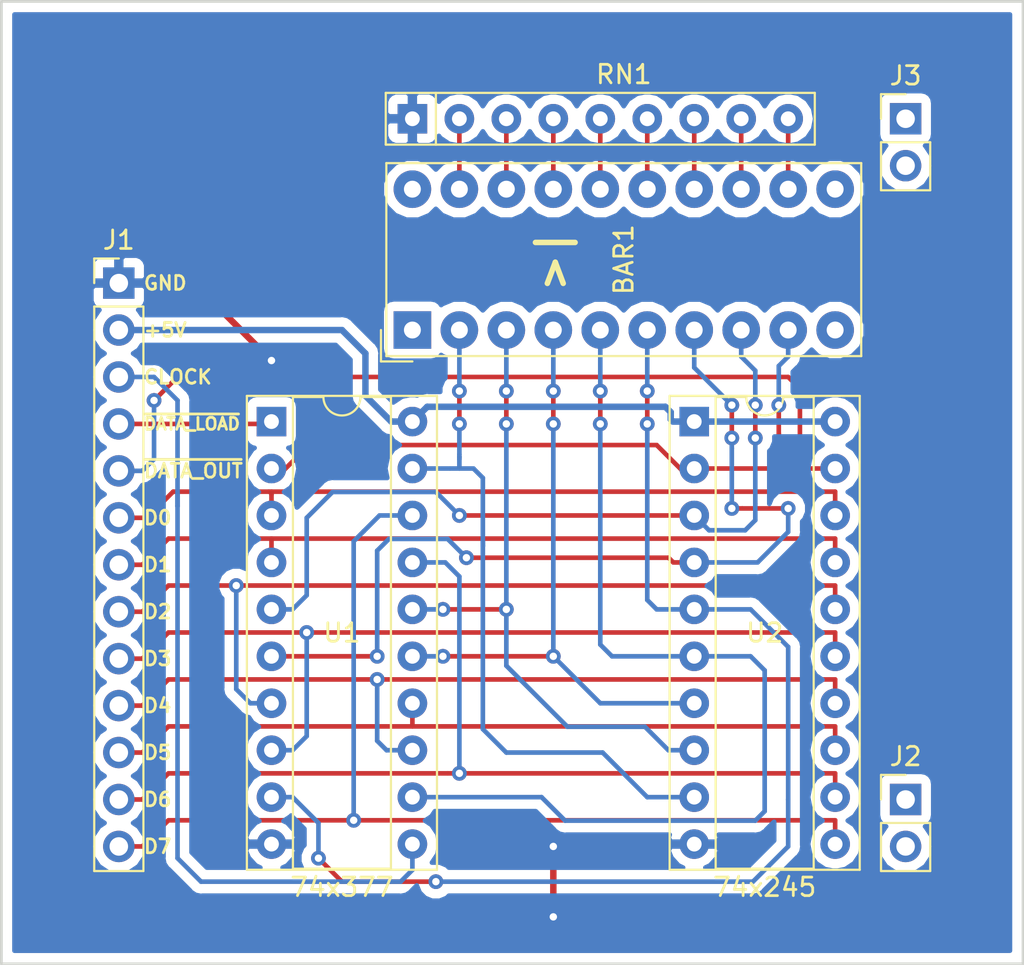
<source format=kicad_pcb>
(kicad_pcb (version 20171130) (host pcbnew 5.0.2+dfsg1-1)

  (general
    (thickness 1.6)
    (drawings 22)
    (tracks 264)
    (zones 0)
    (modules 7)
    (nets 38)
  )

  (page A4)
  (layers
    (0 F.Cu signal)
    (31 B.Cu signal)
    (32 B.Adhes user hide)
    (33 F.Adhes user hide)
    (34 B.Paste user hide)
    (35 F.Paste user hide)
    (36 B.SilkS user)
    (37 F.SilkS user)
    (38 B.Mask user)
    (39 F.Mask user)
    (40 Dwgs.User user hide)
    (41 Cmts.User user hide)
    (42 Eco1.User user hide)
    (43 Eco2.User user hide)
    (44 Edge.Cuts user)
    (45 Margin user hide)
    (46 B.CrtYd user hide)
    (47 F.CrtYd user hide)
    (48 B.Fab user hide)
    (49 F.Fab user hide)
  )

  (setup
    (last_trace_width 0.25)
    (trace_clearance 0.2)
    (zone_clearance 0.508)
    (zone_45_only no)
    (trace_min 0.2)
    (segment_width 0.2)
    (edge_width 0.15)
    (via_size 0.8)
    (via_drill 0.4)
    (via_min_size 0.4)
    (via_min_drill 0.3)
    (uvia_size 0.3)
    (uvia_drill 0.1)
    (uvias_allowed no)
    (uvia_min_size 0.2)
    (uvia_min_drill 0.1)
    (pcb_text_width 0.3)
    (pcb_text_size 1.5 1.5)
    (mod_edge_width 0.15)
    (mod_text_size 1 1)
    (mod_text_width 0.15)
    (pad_size 1.524 1.524)
    (pad_drill 0.762)
    (pad_to_mask_clearance 0.051)
    (solder_mask_min_width 0.25)
    (aux_axis_origin 0 0)
    (visible_elements FFFFFF7F)
    (pcbplotparams
      (layerselection 0x010f0_ffffffff)
      (usegerberextensions true)
      (usegerberattributes false)
      (usegerberadvancedattributes false)
      (creategerberjobfile false)
      (excludeedgelayer true)
      (linewidth 0.100000)
      (plotframeref false)
      (viasonmask false)
      (mode 1)
      (useauxorigin false)
      (hpglpennumber 1)
      (hpglpenspeed 20)
      (hpglpendiameter 15.000000)
      (psnegative false)
      (psa4output false)
      (plotreference true)
      (plotvalue true)
      (plotinvisibletext false)
      (padsonsilk false)
      (subtractmaskfromsilk false)
      (outputformat 1)
      (mirror false)
      (drillshape 0)
      (scaleselection 1)
      (outputdirectory "gerber"))
  )

  (net 0 "")
  (net 1 GND)
  (net 2 "Net-(BAR1-Pad19)")
  (net 3 "Net-(BAR1-Pad18)")
  (net 4 "Net-(BAR1-Pad17)")
  (net 5 "Net-(BAR1-Pad16)")
  (net 6 "Net-(BAR1-Pad15)")
  (net 7 "Net-(BAR1-Pad14)")
  (net 8 "Net-(BAR1-Pad13)")
  (net 9 "Net-(BAR1-Pad12)")
  (net 10 ~DATA_LOAD)
  (net 11 CLOCK)
  (net 12 "Net-(BAR1-Pad9)")
  (net 13 "Net-(BAR1-Pad5)")
  (net 14 "Net-(J1-Pad6)")
  (net 15 "Net-(J1-Pad10)")
  (net 16 "Net-(J1-Pad7)")
  (net 17 "Net-(J1-Pad11)")
  (net 18 "Net-(BAR1-Pad8)")
  (net 19 "Net-(BAR1-Pad4)")
  (net 20 "Net-(BAR1-Pad7)")
  (net 21 "Net-(BAR1-Pad3)")
  (net 22 "Net-(J1-Pad8)")
  (net 23 "Net-(J1-Pad12)")
  (net 24 "Net-(J1-Pad9)")
  (net 25 "Net-(J1-Pad13)")
  (net 26 "Net-(BAR1-Pad6)")
  (net 27 "Net-(BAR1-Pad2)")
  (net 28 +5V)
  (net 29 ~DATA_OUT)
  (net 30 "Net-(BAR1-Pad1)")
  (net 31 "Net-(BAR1-Pad11)")
  (net 32 "Net-(BAR1-Pad10)")
  (net 33 "Net-(BAR1-Pad20)")
  (net 34 "Net-(J2-Pad1)")
  (net 35 "Net-(J2-Pad2)")
  (net 36 "Net-(J3-Pad2)")
  (net 37 "Net-(J3-Pad1)")

  (net_class Default "This is the default net class."
    (clearance 0.2)
    (trace_width 0.25)
    (via_dia 0.8)
    (via_drill 0.4)
    (uvia_dia 0.3)
    (uvia_drill 0.1)
    (add_net CLOCK)
    (add_net "Net-(BAR1-Pad1)")
    (add_net "Net-(BAR1-Pad10)")
    (add_net "Net-(BAR1-Pad11)")
    (add_net "Net-(BAR1-Pad12)")
    (add_net "Net-(BAR1-Pad13)")
    (add_net "Net-(BAR1-Pad14)")
    (add_net "Net-(BAR1-Pad15)")
    (add_net "Net-(BAR1-Pad16)")
    (add_net "Net-(BAR1-Pad17)")
    (add_net "Net-(BAR1-Pad18)")
    (add_net "Net-(BAR1-Pad19)")
    (add_net "Net-(BAR1-Pad2)")
    (add_net "Net-(BAR1-Pad20)")
    (add_net "Net-(BAR1-Pad3)")
    (add_net "Net-(BAR1-Pad4)")
    (add_net "Net-(BAR1-Pad5)")
    (add_net "Net-(BAR1-Pad6)")
    (add_net "Net-(BAR1-Pad7)")
    (add_net "Net-(BAR1-Pad8)")
    (add_net "Net-(BAR1-Pad9)")
    (add_net "Net-(J1-Pad10)")
    (add_net "Net-(J1-Pad11)")
    (add_net "Net-(J1-Pad12)")
    (add_net "Net-(J1-Pad13)")
    (add_net "Net-(J1-Pad6)")
    (add_net "Net-(J1-Pad7)")
    (add_net "Net-(J1-Pad8)")
    (add_net "Net-(J1-Pad9)")
    (add_net "Net-(J2-Pad1)")
    (add_net "Net-(J2-Pad2)")
    (add_net "Net-(J3-Pad1)")
    (add_net "Net-(J3-Pad2)")
    (add_net ~DATA_LOAD)
    (add_net ~DATA_OUT)
  )

  (net_class Power ""
    (clearance 0.2)
    (trace_width 0.35)
    (via_dia 0.8)
    (via_drill 0.4)
    (uvia_dia 0.3)
    (uvia_drill 0.1)
    (add_net +5V)
    (add_net GND)
  )

  (module Connector_PinHeader_2.54mm:PinHeader_1x02_P2.54mm_Vertical (layer F.Cu) (tedit 59FED5CC) (tstamp 5D45F23D)
    (at 76.2 24.13)
    (descr "Through hole straight pin header, 1x02, 2.54mm pitch, single row")
    (tags "Through hole pin header THT 1x02 2.54mm single row")
    (path /5D3A3099)
    (fp_text reference J3 (at 0 -2.33) (layer F.SilkS)
      (effects (font (size 1 1) (thickness 0.15)))
    )
    (fp_text value Conn_01x02_Male (at 0 4.87) (layer F.Fab)
      (effects (font (size 1 1) (thickness 0.15)))
    )
    (fp_text user %R (at 0 1.27 90) (layer F.Fab)
      (effects (font (size 1 1) (thickness 0.15)))
    )
    (fp_line (start 1.8 -1.8) (end -1.8 -1.8) (layer F.CrtYd) (width 0.05))
    (fp_line (start 1.8 4.35) (end 1.8 -1.8) (layer F.CrtYd) (width 0.05))
    (fp_line (start -1.8 4.35) (end 1.8 4.35) (layer F.CrtYd) (width 0.05))
    (fp_line (start -1.8 -1.8) (end -1.8 4.35) (layer F.CrtYd) (width 0.05))
    (fp_line (start -1.33 -1.33) (end 0 -1.33) (layer F.SilkS) (width 0.12))
    (fp_line (start -1.33 0) (end -1.33 -1.33) (layer F.SilkS) (width 0.12))
    (fp_line (start -1.33 1.27) (end 1.33 1.27) (layer F.SilkS) (width 0.12))
    (fp_line (start 1.33 1.27) (end 1.33 3.87) (layer F.SilkS) (width 0.12))
    (fp_line (start -1.33 1.27) (end -1.33 3.87) (layer F.SilkS) (width 0.12))
    (fp_line (start -1.33 3.87) (end 1.33 3.87) (layer F.SilkS) (width 0.12))
    (fp_line (start -1.27 -0.635) (end -0.635 -1.27) (layer F.Fab) (width 0.1))
    (fp_line (start -1.27 3.81) (end -1.27 -0.635) (layer F.Fab) (width 0.1))
    (fp_line (start 1.27 3.81) (end -1.27 3.81) (layer F.Fab) (width 0.1))
    (fp_line (start 1.27 -1.27) (end 1.27 3.81) (layer F.Fab) (width 0.1))
    (fp_line (start -0.635 -1.27) (end 1.27 -1.27) (layer F.Fab) (width 0.1))
    (pad 2 thru_hole oval (at 0 2.54) (size 1.7 1.7) (drill 1) (layers *.Cu *.Mask)
      (net 36 "Net-(J3-Pad2)"))
    (pad 1 thru_hole rect (at 0 0) (size 1.7 1.7) (drill 1) (layers *.Cu *.Mask)
      (net 37 "Net-(J3-Pad1)"))
    (model ${KISYS3DMOD}/Connector_PinHeader_2.54mm.3dshapes/PinHeader_1x02_P2.54mm_Vertical.wrl
      (at (xyz 0 0 0))
      (scale (xyz 1 1 1))
      (rotate (xyz 0 0 0))
    )
  )

  (module Connector_PinHeader_2.54mm:PinHeader_1x02_P2.54mm_Vertical (layer F.Cu) (tedit 59FED5CC) (tstamp 5D45F17B)
    (at 76.2 60.96)
    (descr "Through hole straight pin header, 1x02, 2.54mm pitch, single row")
    (tags "Through hole pin header THT 1x02 2.54mm single row")
    (path /5D39FFD9)
    (fp_text reference J2 (at 0 -2.33) (layer F.SilkS)
      (effects (font (size 1 1) (thickness 0.15)))
    )
    (fp_text value Conn_01x02_Male (at 0 4.87) (layer F.Fab)
      (effects (font (size 1 1) (thickness 0.15)))
    )
    (fp_line (start -0.635 -1.27) (end 1.27 -1.27) (layer F.Fab) (width 0.1))
    (fp_line (start 1.27 -1.27) (end 1.27 3.81) (layer F.Fab) (width 0.1))
    (fp_line (start 1.27 3.81) (end -1.27 3.81) (layer F.Fab) (width 0.1))
    (fp_line (start -1.27 3.81) (end -1.27 -0.635) (layer F.Fab) (width 0.1))
    (fp_line (start -1.27 -0.635) (end -0.635 -1.27) (layer F.Fab) (width 0.1))
    (fp_line (start -1.33 3.87) (end 1.33 3.87) (layer F.SilkS) (width 0.12))
    (fp_line (start -1.33 1.27) (end -1.33 3.87) (layer F.SilkS) (width 0.12))
    (fp_line (start 1.33 1.27) (end 1.33 3.87) (layer F.SilkS) (width 0.12))
    (fp_line (start -1.33 1.27) (end 1.33 1.27) (layer F.SilkS) (width 0.12))
    (fp_line (start -1.33 0) (end -1.33 -1.33) (layer F.SilkS) (width 0.12))
    (fp_line (start -1.33 -1.33) (end 0 -1.33) (layer F.SilkS) (width 0.12))
    (fp_line (start -1.8 -1.8) (end -1.8 4.35) (layer F.CrtYd) (width 0.05))
    (fp_line (start -1.8 4.35) (end 1.8 4.35) (layer F.CrtYd) (width 0.05))
    (fp_line (start 1.8 4.35) (end 1.8 -1.8) (layer F.CrtYd) (width 0.05))
    (fp_line (start 1.8 -1.8) (end -1.8 -1.8) (layer F.CrtYd) (width 0.05))
    (fp_text user %R (at 0 1.27 90) (layer F.Fab)
      (effects (font (size 1 1) (thickness 0.15)))
    )
    (pad 1 thru_hole rect (at 0 0) (size 1.7 1.7) (drill 1) (layers *.Cu *.Mask)
      (net 34 "Net-(J2-Pad1)"))
    (pad 2 thru_hole oval (at 0 2.54) (size 1.7 1.7) (drill 1) (layers *.Cu *.Mask)
      (net 35 "Net-(J2-Pad2)"))
    (model ${KISYS3DMOD}/Connector_PinHeader_2.54mm.3dshapes/PinHeader_1x02_P2.54mm_Vertical.wrl
      (at (xyz 0 0 0))
      (scale (xyz 1 1 1))
      (rotate (xyz 0 0 0))
    )
  )

  (module Connector_PinHeader_2.54mm:PinHeader_1x13_P2.54mm_Vertical (layer F.Cu) (tedit 59FED5CC) (tstamp 5D450A7C)
    (at 33.655 33.02)
    (descr "Through hole straight pin header, 1x13, 2.54mm pitch, single row")
    (tags "Through hole pin header THT 1x13 2.54mm single row")
    (path /5D3880EC)
    (fp_text reference J1 (at 0 -2.33) (layer F.SilkS)
      (effects (font (size 1 1) (thickness 0.15)))
    )
    (fp_text value Conn_01x13_Male (at 0 32.81) (layer F.Fab)
      (effects (font (size 1 1) (thickness 0.15)))
    )
    (fp_line (start -0.635 -1.27) (end 1.27 -1.27) (layer F.Fab) (width 0.1))
    (fp_line (start 1.27 -1.27) (end 1.27 31.75) (layer F.Fab) (width 0.1))
    (fp_line (start 1.27 31.75) (end -1.27 31.75) (layer F.Fab) (width 0.1))
    (fp_line (start -1.27 31.75) (end -1.27 -0.635) (layer F.Fab) (width 0.1))
    (fp_line (start -1.27 -0.635) (end -0.635 -1.27) (layer F.Fab) (width 0.1))
    (fp_line (start -1.33 31.81) (end 1.33 31.81) (layer F.SilkS) (width 0.12))
    (fp_line (start -1.33 1.27) (end -1.33 31.81) (layer F.SilkS) (width 0.12))
    (fp_line (start 1.33 1.27) (end 1.33 31.81) (layer F.SilkS) (width 0.12))
    (fp_line (start -1.33 1.27) (end 1.33 1.27) (layer F.SilkS) (width 0.12))
    (fp_line (start -1.33 0) (end -1.33 -1.33) (layer F.SilkS) (width 0.12))
    (fp_line (start -1.33 -1.33) (end 0 -1.33) (layer F.SilkS) (width 0.12))
    (fp_line (start -1.8 -1.8) (end -1.8 32.25) (layer F.CrtYd) (width 0.05))
    (fp_line (start -1.8 32.25) (end 1.8 32.25) (layer F.CrtYd) (width 0.05))
    (fp_line (start 1.8 32.25) (end 1.8 -1.8) (layer F.CrtYd) (width 0.05))
    (fp_line (start 1.8 -1.8) (end -1.8 -1.8) (layer F.CrtYd) (width 0.05))
    (fp_text user %R (at 0 15.24 90) (layer F.Fab)
      (effects (font (size 1 1) (thickness 0.15)))
    )
    (pad 1 thru_hole rect (at 0 0) (size 1.7 1.7) (drill 1) (layers *.Cu *.Mask)
      (net 1 GND))
    (pad 2 thru_hole oval (at 0 2.54) (size 1.7 1.7) (drill 1) (layers *.Cu *.Mask)
      (net 28 +5V))
    (pad 3 thru_hole oval (at 0 5.08) (size 1.7 1.7) (drill 1) (layers *.Cu *.Mask)
      (net 11 CLOCK))
    (pad 4 thru_hole oval (at 0 7.62) (size 1.7 1.7) (drill 1) (layers *.Cu *.Mask)
      (net 10 ~DATA_LOAD))
    (pad 5 thru_hole oval (at 0 10.16) (size 1.7 1.7) (drill 1) (layers *.Cu *.Mask)
      (net 29 ~DATA_OUT))
    (pad 6 thru_hole oval (at 0 12.7) (size 1.7 1.7) (drill 1) (layers *.Cu *.Mask)
      (net 14 "Net-(J1-Pad6)"))
    (pad 7 thru_hole oval (at 0 15.24) (size 1.7 1.7) (drill 1) (layers *.Cu *.Mask)
      (net 16 "Net-(J1-Pad7)"))
    (pad 8 thru_hole oval (at 0 17.78) (size 1.7 1.7) (drill 1) (layers *.Cu *.Mask)
      (net 22 "Net-(J1-Pad8)"))
    (pad 9 thru_hole oval (at 0 20.32) (size 1.7 1.7) (drill 1) (layers *.Cu *.Mask)
      (net 24 "Net-(J1-Pad9)"))
    (pad 10 thru_hole oval (at 0 22.86) (size 1.7 1.7) (drill 1) (layers *.Cu *.Mask)
      (net 15 "Net-(J1-Pad10)"))
    (pad 11 thru_hole oval (at 0 25.4) (size 1.7 1.7) (drill 1) (layers *.Cu *.Mask)
      (net 17 "Net-(J1-Pad11)"))
    (pad 12 thru_hole oval (at 0 27.94) (size 1.7 1.7) (drill 1) (layers *.Cu *.Mask)
      (net 23 "Net-(J1-Pad12)"))
    (pad 13 thru_hole oval (at 0 30.48) (size 1.7 1.7) (drill 1) (layers *.Cu *.Mask)
      (net 25 "Net-(J1-Pad13)"))
    (model ${KISYS3DMOD}/Connector_PinHeader_2.54mm.3dshapes/PinHeader_1x13_P2.54mm_Vertical.wrl
      (at (xyz 0 0 0))
      (scale (xyz 1 1 1))
      (rotate (xyz 0 0 0))
    )
  )

  (module Display:HDSP-4830 (layer F.Cu) (tedit 5A02FE80) (tstamp 5D450A5B)
    (at 49.53 35.56 90)
    (descr "10-Element Red Bar Graph Array https://docs.broadcom.com/docs/AV02-1798EN")
    (tags "10-Element Red Bar Graph Array")
    (path /5D39B7C9)
    (fp_text reference BAR1 (at 3.81 11.43 90) (layer F.SilkS)
      (effects (font (size 1 1) (thickness 0.15)))
    )
    (fp_text value LED-BAR (at 2.89 25.22 90) (layer F.Fab)
      (effects (font (size 1 1) (thickness 0.15)))
    )
    (fp_line (start 0 -1.7) (end -1.7 -1.7) (layer F.SilkS) (width 0.12))
    (fp_line (start -1.7 -1.7) (end -1.7 0) (layer F.SilkS) (width 0.12))
    (fp_line (start 0 -1.27) (end -1.27 0) (layer F.Fab) (width 0.1))
    (fp_line (start -1.52 24.38) (end 9.14 24.38) (layer F.CrtYd) (width 0.05))
    (fp_line (start 9.14 24.38) (end 9.14 -1.52) (layer F.CrtYd) (width 0.05))
    (fp_line (start -1.52 -1.52) (end -1.52 24.38) (layer F.CrtYd) (width 0.05))
    (fp_line (start -1.52 -1.52) (end 9.14 -1.52) (layer F.CrtYd) (width 0.05))
    (fp_line (start 8.89 -1.27) (end 8.89 24.13) (layer F.Fab) (width 0.1))
    (fp_line (start -1.27 24.13) (end 8.89 24.13) (layer F.Fab) (width 0.1))
    (fp_line (start -1.27 0) (end -1.27 24.13) (layer F.Fab) (width 0.1))
    (fp_text user %R (at 4 12 90) (layer F.Fab)
      (effects (font (size 1 1) (thickness 0.1)))
    )
    (fp_line (start 0 -1.27) (end 8.89 -1.27) (layer F.Fab) (width 0.1))
    (fp_line (start 9.03 24.27) (end -1.41 24.27) (layer F.SilkS) (width 0.12))
    (fp_line (start -1.41 24.27) (end -1.41 -1.41) (layer F.SilkS) (width 0.12))
    (fp_line (start -1.41 -1.41) (end 9.03 -1.41) (layer F.SilkS) (width 0.12))
    (fp_line (start 9.03 -1.41) (end 9.03 24.27) (layer F.SilkS) (width 0.12))
    (pad 1 thru_hole rect (at 0 0) (size 2.032 2.032) (drill 0.9144) (layers *.Cu *.Mask)
      (net 30 "Net-(BAR1-Pad1)"))
    (pad 2 thru_hole circle (at 0 2.54) (size 2.032 2.032) (drill 0.9144) (layers *.Cu *.Mask)
      (net 27 "Net-(BAR1-Pad2)"))
    (pad 3 thru_hole circle (at 0 5.08) (size 2.032 2.032) (drill 0.9144) (layers *.Cu *.Mask)
      (net 21 "Net-(BAR1-Pad3)"))
    (pad 4 thru_hole circle (at 0 7.62) (size 2.032 2.032) (drill 0.9144) (layers *.Cu *.Mask)
      (net 19 "Net-(BAR1-Pad4)"))
    (pad 13 thru_hole circle (at 7.62 17.78) (size 2.032 2.032) (drill 0.9144) (layers *.Cu *.Mask)
      (net 8 "Net-(BAR1-Pad13)"))
    (pad 14 thru_hole circle (at 7.62 15.24) (size 2.032 2.032) (drill 0.9144) (layers *.Cu *.Mask)
      (net 7 "Net-(BAR1-Pad14)"))
    (pad 15 thru_hole circle (at 7.62 12.7) (size 2.032 2.032) (drill 0.9144) (layers *.Cu *.Mask)
      (net 6 "Net-(BAR1-Pad15)"))
    (pad 16 thru_hole circle (at 7.62 10.16) (size 2.032 2.032) (drill 0.9144) (layers *.Cu *.Mask)
      (net 5 "Net-(BAR1-Pad16)"))
    (pad 5 thru_hole circle (at 0 10.16) (size 2.032 2.032) (drill 0.9144) (layers *.Cu *.Mask)
      (net 13 "Net-(BAR1-Pad5)"))
    (pad 6 thru_hole circle (at 0 12.7) (size 2.032 2.032) (drill 0.9144) (layers *.Cu *.Mask)
      (net 26 "Net-(BAR1-Pad6)"))
    (pad 7 thru_hole circle (at 0 15.24) (size 2.032 2.032) (drill 0.9144) (layers *.Cu *.Mask)
      (net 20 "Net-(BAR1-Pad7)"))
    (pad 8 thru_hole circle (at 0 17.78) (size 2.032 2.032) (drill 0.9144) (layers *.Cu *.Mask)
      (net 18 "Net-(BAR1-Pad8)"))
    (pad 12 thru_hole circle (at 7.62 20.32) (size 2.032 2.032) (drill 0.9144) (layers *.Cu *.Mask)
      (net 9 "Net-(BAR1-Pad12)"))
    (pad 11 thru_hole circle (at 7.62 22.86) (size 2.032 2.032) (drill 0.9144) (layers *.Cu *.Mask)
      (net 31 "Net-(BAR1-Pad11)"))
    (pad 10 thru_hole circle (at 0 22.86) (size 2.032 2.032) (drill 0.9144) (layers *.Cu *.Mask)
      (net 32 "Net-(BAR1-Pad10)"))
    (pad 9 thru_hole circle (at 0 20.32) (size 2.032 2.032) (drill 0.9144) (layers *.Cu *.Mask)
      (net 12 "Net-(BAR1-Pad9)"))
    (pad 17 thru_hole circle (at 7.62 7.62) (size 2.032 2.032) (drill 0.9144) (layers *.Cu *.Mask)
      (net 4 "Net-(BAR1-Pad17)"))
    (pad 18 thru_hole circle (at 7.62 5.08) (size 2.032 2.032) (drill 0.9144) (layers *.Cu *.Mask)
      (net 3 "Net-(BAR1-Pad18)"))
    (pad 19 thru_hole circle (at 7.62 2.54) (size 2.032 2.032) (drill 0.9144) (layers *.Cu *.Mask)
      (net 2 "Net-(BAR1-Pad19)"))
    (pad 20 thru_hole circle (at 7.62 0) (size 2.032 2.032) (drill 0.9144) (layers *.Cu *.Mask)
      (net 33 "Net-(BAR1-Pad20)"))
    (model ${KISYS3DMOD}/Display.3dshapes/HDSP-4830.wrl
      (at (xyz 0 0 0))
      (scale (xyz 1 1 1))
      (rotate (xyz 0 0 0))
    )
  )

  (module Package_DIP:DIP-20_W7.62mm_Socket (layer F.Cu) (tedit 5D397E1C) (tstamp 5D4514C7)
    (at 64.77 40.513)
    (descr "20-lead though-hole mounted DIP package, row spacing 7.62 mm (300 mils), Socket")
    (tags "THT DIP DIL PDIP 2.54mm 7.62mm 300mil Socket")
    (path /5D38844F)
    (fp_text reference U2 (at 3.81 11.43) (layer F.SilkS)
      (effects (font (size 1 1) (thickness 0.15)))
    )
    (fp_text value 74x245 (at 3.81 25.19) (layer F.SilkS)
      (effects (font (size 1 1) (thickness 0.15)))
    )
    (fp_text user %R (at 3.81 11.43) (layer F.Fab)
      (effects (font (size 1 1) (thickness 0.15)))
    )
    (fp_line (start 9.15 -1.6) (end -1.55 -1.6) (layer F.CrtYd) (width 0.05))
    (fp_line (start 9.15 24.45) (end 9.15 -1.6) (layer F.CrtYd) (width 0.05))
    (fp_line (start -1.55 24.45) (end 9.15 24.45) (layer F.CrtYd) (width 0.05))
    (fp_line (start -1.55 -1.6) (end -1.55 24.45) (layer F.CrtYd) (width 0.05))
    (fp_line (start 8.95 -1.39) (end -1.33 -1.39) (layer F.SilkS) (width 0.12))
    (fp_line (start 8.95 24.25) (end 8.95 -1.39) (layer F.SilkS) (width 0.12))
    (fp_line (start -1.33 24.25) (end 8.95 24.25) (layer F.SilkS) (width 0.12))
    (fp_line (start -1.33 -1.39) (end -1.33 24.25) (layer F.SilkS) (width 0.12))
    (fp_line (start 6.46 -1.33) (end 4.81 -1.33) (layer F.SilkS) (width 0.12))
    (fp_line (start 6.46 24.19) (end 6.46 -1.33) (layer F.SilkS) (width 0.12))
    (fp_line (start 1.16 24.19) (end 6.46 24.19) (layer F.SilkS) (width 0.12))
    (fp_line (start 1.16 -1.33) (end 1.16 24.19) (layer F.SilkS) (width 0.12))
    (fp_line (start 2.81 -1.33) (end 1.16 -1.33) (layer F.SilkS) (width 0.12))
    (fp_line (start 8.89 -1.33) (end -1.27 -1.33) (layer F.Fab) (width 0.1))
    (fp_line (start 8.89 24.19) (end 8.89 -1.33) (layer F.Fab) (width 0.1))
    (fp_line (start -1.27 24.19) (end 8.89 24.19) (layer F.Fab) (width 0.1))
    (fp_line (start -1.27 -1.33) (end -1.27 24.19) (layer F.Fab) (width 0.1))
    (fp_line (start 0.635 -0.27) (end 1.635 -1.27) (layer F.Fab) (width 0.1))
    (fp_line (start 0.635 24.13) (end 0.635 -0.27) (layer F.Fab) (width 0.1))
    (fp_line (start 6.985 24.13) (end 0.635 24.13) (layer F.Fab) (width 0.1))
    (fp_line (start 6.985 -1.27) (end 6.985 24.13) (layer F.Fab) (width 0.1))
    (fp_line (start 1.635 -1.27) (end 6.985 -1.27) (layer F.Fab) (width 0.1))
    (fp_arc (start 3.81 -1.33) (end 2.81 -1.33) (angle -180) (layer F.SilkS) (width 0.12))
    (pad 20 thru_hole oval (at 7.62 0) (size 1.6 1.6) (drill 0.8) (layers *.Cu *.Mask)
      (net 28 +5V))
    (pad 10 thru_hole oval (at 0 22.86) (size 1.6 1.6) (drill 0.8) (layers *.Cu *.Mask)
      (net 1 GND))
    (pad 19 thru_hole oval (at 7.62 2.54) (size 1.6 1.6) (drill 0.8) (layers *.Cu *.Mask)
      (net 29 ~DATA_OUT))
    (pad 9 thru_hole oval (at 0 20.32) (size 1.6 1.6) (drill 0.8) (layers *.Cu *.Mask)
      (net 27 "Net-(BAR1-Pad2)"))
    (pad 18 thru_hole oval (at 7.62 5.08) (size 1.6 1.6) (drill 0.8) (layers *.Cu *.Mask)
      (net 14 "Net-(J1-Pad6)"))
    (pad 8 thru_hole oval (at 0 17.78) (size 1.6 1.6) (drill 0.8) (layers *.Cu *.Mask)
      (net 21 "Net-(BAR1-Pad3)"))
    (pad 17 thru_hole oval (at 7.62 7.62) (size 1.6 1.6) (drill 0.8) (layers *.Cu *.Mask)
      (net 16 "Net-(J1-Pad7)"))
    (pad 7 thru_hole oval (at 0 15.24) (size 1.6 1.6) (drill 0.8) (layers *.Cu *.Mask)
      (net 19 "Net-(BAR1-Pad4)"))
    (pad 16 thru_hole oval (at 7.62 10.16) (size 1.6 1.6) (drill 0.8) (layers *.Cu *.Mask)
      (net 22 "Net-(J1-Pad8)"))
    (pad 6 thru_hole oval (at 0 12.7) (size 1.6 1.6) (drill 0.8) (layers *.Cu *.Mask)
      (net 13 "Net-(BAR1-Pad5)"))
    (pad 15 thru_hole oval (at 7.62 12.7) (size 1.6 1.6) (drill 0.8) (layers *.Cu *.Mask)
      (net 24 "Net-(J1-Pad9)"))
    (pad 5 thru_hole oval (at 0 10.16) (size 1.6 1.6) (drill 0.8) (layers *.Cu *.Mask)
      (net 26 "Net-(BAR1-Pad6)"))
    (pad 14 thru_hole oval (at 7.62 15.24) (size 1.6 1.6) (drill 0.8) (layers *.Cu *.Mask)
      (net 15 "Net-(J1-Pad10)"))
    (pad 4 thru_hole oval (at 0 7.62) (size 1.6 1.6) (drill 0.8) (layers *.Cu *.Mask)
      (net 20 "Net-(BAR1-Pad7)"))
    (pad 13 thru_hole oval (at 7.62 17.78) (size 1.6 1.6) (drill 0.8) (layers *.Cu *.Mask)
      (net 17 "Net-(J1-Pad11)"))
    (pad 3 thru_hole oval (at 0 5.08) (size 1.6 1.6) (drill 0.8) (layers *.Cu *.Mask)
      (net 18 "Net-(BAR1-Pad8)"))
    (pad 12 thru_hole oval (at 7.62 20.32) (size 1.6 1.6) (drill 0.8) (layers *.Cu *.Mask)
      (net 23 "Net-(J1-Pad12)"))
    (pad 2 thru_hole oval (at 0 2.54) (size 1.6 1.6) (drill 0.8) (layers *.Cu *.Mask)
      (net 12 "Net-(BAR1-Pad9)"))
    (pad 11 thru_hole oval (at 7.62 22.86) (size 1.6 1.6) (drill 0.8) (layers *.Cu *.Mask)
      (net 25 "Net-(J1-Pad13)"))
    (pad 1 thru_hole rect (at 0 0) (size 1.6 1.6) (drill 0.8) (layers *.Cu *.Mask)
      (net 28 +5V))
    (model ${KISYS3DMOD}/Package_DIP.3dshapes/DIP-20_W7.62mm_Socket.wrl
      (at (xyz 0 0 0))
      (scale (xyz 1 1 1))
      (rotate (xyz 0 0 0))
    )
  )

  (module Package_DIP:DIP-20_W7.62mm_Socket (layer F.Cu) (tedit 5D397E13) (tstamp 5D451231)
    (at 41.91 40.513)
    (descr "20-lead though-hole mounted DIP package, row spacing 7.62 mm (300 mils), Socket")
    (tags "THT DIP DIL PDIP 2.54mm 7.62mm 300mil Socket")
    (path /5D387BBA)
    (fp_text reference U1 (at 3.81 11.43) (layer F.SilkS)
      (effects (font (size 1 1) (thickness 0.15)))
    )
    (fp_text value 74x377 (at 3.81 25.19) (layer F.SilkS)
      (effects (font (size 1 1) (thickness 0.15)))
    )
    (fp_arc (start 3.81 -1.33) (end 2.81 -1.33) (angle -180) (layer F.SilkS) (width 0.12))
    (fp_line (start 1.635 -1.27) (end 6.985 -1.27) (layer F.Fab) (width 0.1))
    (fp_line (start 6.985 -1.27) (end 6.985 24.13) (layer F.Fab) (width 0.1))
    (fp_line (start 6.985 24.13) (end 0.635 24.13) (layer F.Fab) (width 0.1))
    (fp_line (start 0.635 24.13) (end 0.635 -0.27) (layer F.Fab) (width 0.1))
    (fp_line (start 0.635 -0.27) (end 1.635 -1.27) (layer F.Fab) (width 0.1))
    (fp_line (start -1.27 -1.33) (end -1.27 24.19) (layer F.Fab) (width 0.1))
    (fp_line (start -1.27 24.19) (end 8.89 24.19) (layer F.Fab) (width 0.1))
    (fp_line (start 8.89 24.19) (end 8.89 -1.33) (layer F.Fab) (width 0.1))
    (fp_line (start 8.89 -1.33) (end -1.27 -1.33) (layer F.Fab) (width 0.1))
    (fp_line (start 2.81 -1.33) (end 1.16 -1.33) (layer F.SilkS) (width 0.12))
    (fp_line (start 1.16 -1.33) (end 1.16 24.19) (layer F.SilkS) (width 0.12))
    (fp_line (start 1.16 24.19) (end 6.46 24.19) (layer F.SilkS) (width 0.12))
    (fp_line (start 6.46 24.19) (end 6.46 -1.33) (layer F.SilkS) (width 0.12))
    (fp_line (start 6.46 -1.33) (end 4.81 -1.33) (layer F.SilkS) (width 0.12))
    (fp_line (start -1.33 -1.39) (end -1.33 24.25) (layer F.SilkS) (width 0.12))
    (fp_line (start -1.33 24.25) (end 8.95 24.25) (layer F.SilkS) (width 0.12))
    (fp_line (start 8.95 24.25) (end 8.95 -1.39) (layer F.SilkS) (width 0.12))
    (fp_line (start 8.95 -1.39) (end -1.33 -1.39) (layer F.SilkS) (width 0.12))
    (fp_line (start -1.55 -1.6) (end -1.55 24.45) (layer F.CrtYd) (width 0.05))
    (fp_line (start -1.55 24.45) (end 9.15 24.45) (layer F.CrtYd) (width 0.05))
    (fp_line (start 9.15 24.45) (end 9.15 -1.6) (layer F.CrtYd) (width 0.05))
    (fp_line (start 9.15 -1.6) (end -1.55 -1.6) (layer F.CrtYd) (width 0.05))
    (fp_text user %R (at 3.81 11.43) (layer F.Fab)
      (effects (font (size 1 1) (thickness 0.15)))
    )
    (pad 1 thru_hole rect (at 0 0) (size 1.6 1.6) (drill 0.8) (layers *.Cu *.Mask)
      (net 10 ~DATA_LOAD))
    (pad 11 thru_hole oval (at 7.62 22.86) (size 1.6 1.6) (drill 0.8) (layers *.Cu *.Mask)
      (net 11 CLOCK))
    (pad 2 thru_hole oval (at 0 2.54) (size 1.6 1.6) (drill 0.8) (layers *.Cu *.Mask)
      (net 12 "Net-(BAR1-Pad9)"))
    (pad 12 thru_hole oval (at 7.62 20.32) (size 1.6 1.6) (drill 0.8) (layers *.Cu *.Mask)
      (net 13 "Net-(BAR1-Pad5)"))
    (pad 3 thru_hole oval (at 0 5.08) (size 1.6 1.6) (drill 0.8) (layers *.Cu *.Mask)
      (net 14 "Net-(J1-Pad6)"))
    (pad 13 thru_hole oval (at 7.62 17.78) (size 1.6 1.6) (drill 0.8) (layers *.Cu *.Mask)
      (net 15 "Net-(J1-Pad10)"))
    (pad 4 thru_hole oval (at 0 7.62) (size 1.6 1.6) (drill 0.8) (layers *.Cu *.Mask)
      (net 16 "Net-(J1-Pad7)"))
    (pad 14 thru_hole oval (at 7.62 15.24) (size 1.6 1.6) (drill 0.8) (layers *.Cu *.Mask)
      (net 17 "Net-(J1-Pad11)"))
    (pad 5 thru_hole oval (at 0 10.16) (size 1.6 1.6) (drill 0.8) (layers *.Cu *.Mask)
      (net 18 "Net-(BAR1-Pad8)"))
    (pad 15 thru_hole oval (at 7.62 12.7) (size 1.6 1.6) (drill 0.8) (layers *.Cu *.Mask)
      (net 19 "Net-(BAR1-Pad4)"))
    (pad 6 thru_hole oval (at 0 12.7) (size 1.6 1.6) (drill 0.8) (layers *.Cu *.Mask)
      (net 20 "Net-(BAR1-Pad7)"))
    (pad 16 thru_hole oval (at 7.62 10.16) (size 1.6 1.6) (drill 0.8) (layers *.Cu *.Mask)
      (net 21 "Net-(BAR1-Pad3)"))
    (pad 7 thru_hole oval (at 0 15.24) (size 1.6 1.6) (drill 0.8) (layers *.Cu *.Mask)
      (net 22 "Net-(J1-Pad8)"))
    (pad 17 thru_hole oval (at 7.62 7.62) (size 1.6 1.6) (drill 0.8) (layers *.Cu *.Mask)
      (net 23 "Net-(J1-Pad12)"))
    (pad 8 thru_hole oval (at 0 17.78) (size 1.6 1.6) (drill 0.8) (layers *.Cu *.Mask)
      (net 24 "Net-(J1-Pad9)"))
    (pad 18 thru_hole oval (at 7.62 5.08) (size 1.6 1.6) (drill 0.8) (layers *.Cu *.Mask)
      (net 25 "Net-(J1-Pad13)"))
    (pad 9 thru_hole oval (at 0 20.32) (size 1.6 1.6) (drill 0.8) (layers *.Cu *.Mask)
      (net 26 "Net-(BAR1-Pad6)"))
    (pad 19 thru_hole oval (at 7.62 2.54) (size 1.6 1.6) (drill 0.8) (layers *.Cu *.Mask)
      (net 27 "Net-(BAR1-Pad2)"))
    (pad 10 thru_hole oval (at 0 22.86) (size 1.6 1.6) (drill 0.8) (layers *.Cu *.Mask)
      (net 1 GND))
    (pad 20 thru_hole oval (at 7.62 0) (size 1.6 1.6) (drill 0.8) (layers *.Cu *.Mask)
      (net 28 +5V))
    (model ${KISYS3DMOD}/Package_DIP.3dshapes/DIP-20_W7.62mm_Socket.wrl
      (at (xyz 0 0 0))
      (scale (xyz 1 1 1))
      (rotate (xyz 0 0 0))
    )
  )

  (module Resistor_THT:R_Array_SIP9 (layer F.Cu) (tedit 5A14249F) (tstamp 5D4509D3)
    (at 49.53 24.13)
    (descr "9-pin Resistor SIP pack")
    (tags R)
    (path /5D397E41)
    (fp_text reference RN1 (at 11.43 -2.4) (layer F.SilkS)
      (effects (font (size 1 1) (thickness 0.15)))
    )
    (fp_text value 330 (at 11.43 2.4) (layer F.Fab)
      (effects (font (size 1 1) (thickness 0.15)))
    )
    (fp_text user %R (at 10.16 0) (layer F.Fab)
      (effects (font (size 1 1) (thickness 0.15)))
    )
    (fp_line (start -1.29 -1.25) (end -1.29 1.25) (layer F.Fab) (width 0.1))
    (fp_line (start -1.29 1.25) (end 21.61 1.25) (layer F.Fab) (width 0.1))
    (fp_line (start 21.61 1.25) (end 21.61 -1.25) (layer F.Fab) (width 0.1))
    (fp_line (start 21.61 -1.25) (end -1.29 -1.25) (layer F.Fab) (width 0.1))
    (fp_line (start 1.27 -1.25) (end 1.27 1.25) (layer F.Fab) (width 0.1))
    (fp_line (start -1.44 -1.4) (end -1.44 1.4) (layer F.SilkS) (width 0.12))
    (fp_line (start -1.44 1.4) (end 21.76 1.4) (layer F.SilkS) (width 0.12))
    (fp_line (start 21.76 1.4) (end 21.76 -1.4) (layer F.SilkS) (width 0.12))
    (fp_line (start 21.76 -1.4) (end -1.44 -1.4) (layer F.SilkS) (width 0.12))
    (fp_line (start 1.27 -1.4) (end 1.27 1.4) (layer F.SilkS) (width 0.12))
    (fp_line (start -1.7 -1.65) (end -1.7 1.65) (layer F.CrtYd) (width 0.05))
    (fp_line (start -1.7 1.65) (end 22.05 1.65) (layer F.CrtYd) (width 0.05))
    (fp_line (start 22.05 1.65) (end 22.05 -1.65) (layer F.CrtYd) (width 0.05))
    (fp_line (start 22.05 -1.65) (end -1.7 -1.65) (layer F.CrtYd) (width 0.05))
    (pad 1 thru_hole rect (at 0 0) (size 1.6 1.6) (drill 0.8) (layers *.Cu *.Mask)
      (net 1 GND))
    (pad 2 thru_hole oval (at 2.54 0) (size 1.6 1.6) (drill 0.8) (layers *.Cu *.Mask)
      (net 2 "Net-(BAR1-Pad19)"))
    (pad 3 thru_hole oval (at 5.08 0) (size 1.6 1.6) (drill 0.8) (layers *.Cu *.Mask)
      (net 3 "Net-(BAR1-Pad18)"))
    (pad 4 thru_hole oval (at 7.62 0) (size 1.6 1.6) (drill 0.8) (layers *.Cu *.Mask)
      (net 4 "Net-(BAR1-Pad17)"))
    (pad 5 thru_hole oval (at 10.16 0) (size 1.6 1.6) (drill 0.8) (layers *.Cu *.Mask)
      (net 5 "Net-(BAR1-Pad16)"))
    (pad 6 thru_hole oval (at 12.7 0) (size 1.6 1.6) (drill 0.8) (layers *.Cu *.Mask)
      (net 6 "Net-(BAR1-Pad15)"))
    (pad 7 thru_hole oval (at 15.24 0) (size 1.6 1.6) (drill 0.8) (layers *.Cu *.Mask)
      (net 7 "Net-(BAR1-Pad14)"))
    (pad 8 thru_hole oval (at 17.78 0) (size 1.6 1.6) (drill 0.8) (layers *.Cu *.Mask)
      (net 8 "Net-(BAR1-Pad13)"))
    (pad 9 thru_hole oval (at 20.32 0) (size 1.6 1.6) (drill 0.8) (layers *.Cu *.Mask)
      (net 9 "Net-(BAR1-Pad12)"))
    (model ${KISYS3DMOD}/Resistor_THT.3dshapes/R_Array_SIP9.wrl
      (at (xyz 0 0 0))
      (scale (xyz 1 1 1))
      (rotate (xyz 0 0 0))
    )
  )

  (gr_line (start 27.305 69.85) (end 27.305 17.78) (layer Edge.Cuts) (width 0.15))
  (gr_line (start 82.55 69.85) (end 27.305 69.85) (layer Edge.Cuts) (width 0.15))
  (gr_line (start 82.55 17.78) (end 82.55 69.85) (layer Edge.Cuts) (width 0.15))
  (gr_line (start 27.305 17.78) (end 82.55 17.78) (layer Edge.Cuts) (width 0.15))
  (gr_text >| (at 57.15 31.75 90) (layer F.SilkS)
    (effects (font (size 1.5 1.5) (thickness 0.3)))
  )
  (gr_poly (pts (xy 77.47 64.77) (xy 82.47 64.77) (xy 82.47 69.77) (xy 77.47 69.77)) (layer Margin) (width 0.15) (tstamp 5D45F26D))
  (gr_poly (pts (xy 77.47 17.86) (xy 82.47 17.86) (xy 82.47 22.86) (xy 77.47 22.86)) (layer Margin) (width 0.15) (tstamp 5D397C5C))
  (gr_poly (pts (xy 27.385 17.86) (xy 32.385 17.86) (xy 32.385 22.86) (xy 27.385 22.86)) (layer Margin) (width 0.15) (tstamp 5D397C59))
  (gr_poly (pts (xy 27.305 64.85) (xy 32.305 64.85) (xy 32.305 69.85) (xy 27.305 69.85)) (layer Margin) (width 0.15))
  (gr_text D7 (at 34.925 63.5) (layer F.SilkS) (tstamp 5D39783B)
    (effects (font (size 0.75 0.75) (thickness 0.15)) (justify left))
  )
  (gr_text D6 (at 34.925 60.96) (layer F.SilkS) (tstamp 5D397837)
    (effects (font (size 0.75 0.75) (thickness 0.15)) (justify left))
  )
  (gr_text D5 (at 34.925 58.42) (layer F.SilkS) (tstamp 5D397833)
    (effects (font (size 0.75 0.75) (thickness 0.15)) (justify left))
  )
  (gr_text D4 (at 34.925 55.88) (layer F.SilkS) (tstamp 5D39782F)
    (effects (font (size 0.75 0.75) (thickness 0.15)) (justify left))
  )
  (gr_text D3 (at 34.925 53.34) (layer F.SilkS) (tstamp 5D39782B)
    (effects (font (size 0.75 0.75) (thickness 0.15)) (justify left))
  )
  (gr_text D2 (at 34.925 50.8) (layer F.SilkS) (tstamp 5D397827)
    (effects (font (size 0.75 0.75) (thickness 0.15)) (justify left))
  )
  (gr_text D1 (at 34.925 48.26) (layer F.SilkS) (tstamp 5D397823)
    (effects (font (size 0.75 0.75) (thickness 0.15)) (justify left))
  )
  (gr_text D0 (at 34.925 45.72) (layer F.SilkS) (tstamp 5D39781F)
    (effects (font (size 0.75 0.75) (thickness 0.15)) (justify left))
  )
  (gr_text CLOCK (at 34.925 38.1) (layer F.SilkS) (tstamp 5D39781B)
    (effects (font (size 0.75 0.75) (thickness 0.15)) (justify left))
  )
  (gr_text ~DATA_LOAD (at 34.925 40.64) (layer F.SilkS) (tstamp 5D397817)
    (effects (font (size 0.65 0.65) (thickness 0.15)) (justify left))
  )
  (gr_text ~DATA_OUT (at 34.925 43.18) (layer F.SilkS) (tstamp 5D397812)
    (effects (font (size 0.75 0.75) (thickness 0.15)) (justify left))
  )
  (gr_text GND (at 34.925 33.02) (layer F.SilkS) (tstamp 5D3974C4)
    (effects (font (size 0.75 0.75) (thickness 0.15)) (justify left))
  )
  (gr_text +5V (at 34.925 35.56) (layer F.SilkS) (tstamp 5D397480)
    (effects (font (size 0.75 0.75) (thickness 0.15)) (justify left))
  )

  (via (at 41.91 37.211) (size 0.8) (drill 0.4) (layers F.Cu B.Cu) (net 1))
  (segment (start 37.719 33.02) (end 41.91 37.211) (width 0.35) (layer F.Cu) (net 1))
  (segment (start 33.655 33.02) (end 37.719 33.02) (width 0.35) (layer F.Cu) (net 1))
  (via (at 57.15 63.5) (size 0.8) (drill 0.4) (layers F.Cu B.Cu) (net 1))
  (via (at 57.15 67.31) (size 0.8) (drill 0.4) (layers F.Cu B.Cu) (net 1))
  (segment (start 57.15 63.5) (end 57.15 66.675) (width 0.35) (layer F.Cu) (net 1))
  (segment (start 57.15 66.675) (end 57.15 67.31) (width 0.35) (layer F.Cu) (net 1))
  (segment (start 52.07 27.94) (end 52.07 24.13) (width 0.25) (layer F.Cu) (net 2))
  (segment (start 54.61 25.26137) (end 54.61 27.94) (width 0.25) (layer F.Cu) (net 3))
  (segment (start 54.61 24.13) (end 54.61 25.26137) (width 0.25) (layer F.Cu) (net 3))
  (segment (start 57.15 24.13) (end 57.15 27.94) (width 0.25) (layer F.Cu) (net 4))
  (segment (start 59.69 24.13) (end 59.69 27.94) (width 0.25) (layer F.Cu) (net 5))
  (segment (start 62.23 25.26137) (end 62.23 27.94) (width 0.25) (layer F.Cu) (net 6))
  (segment (start 62.23 24.13) (end 62.23 25.26137) (width 0.25) (layer F.Cu) (net 6))
  (segment (start 64.77 25.26137) (end 64.77 27.94) (width 0.25) (layer F.Cu) (net 7))
  (segment (start 64.77 24.13) (end 64.77 25.26137) (width 0.25) (layer F.Cu) (net 7))
  (segment (start 67.31 24.13) (end 67.31 27.94) (width 0.25) (layer F.Cu) (net 8))
  (segment (start 69.85 24.13) (end 69.85 27.94) (width 0.25) (layer F.Cu) (net 9))
  (segment (start 41.783 40.64) (end 41.91 40.513) (width 0.25) (layer F.Cu) (net 10))
  (segment (start 33.655 40.64) (end 41.783 40.64) (width 0.25) (layer F.Cu) (net 10))
  (segment (start 49.53 64.77) (end 49.53 63.373) (width 0.25) (layer B.Cu) (net 11))
  (segment (start 48.895 65.405) (end 49.53 64.77) (width 0.25) (layer B.Cu) (net 11))
  (segment (start 35.56 38.1) (end 36.83 39.37) (width 0.25) (layer B.Cu) (net 11))
  (segment (start 36.83 64.135) (end 38.1 65.405) (width 0.25) (layer B.Cu) (net 11))
  (segment (start 33.655 38.1) (end 35.56 38.1) (width 0.25) (layer B.Cu) (net 11))
  (segment (start 38.1 65.405) (end 48.895 65.405) (width 0.25) (layer B.Cu) (net 11))
  (segment (start 36.83 44.45) (end 36.83 45.085) (width 0.25) (layer B.Cu) (net 11))
  (segment (start 36.83 39.37) (end 36.83 45.085) (width 0.25) (layer B.Cu) (net 11))
  (segment (start 36.83 45.085) (end 36.83 64.135) (width 0.25) (layer B.Cu) (net 11))
  (segment (start 64.135 43.18) (end 64.262 43.053) (width 0.25) (layer F.Cu) (net 12))
  (segment (start 41.91 43.053) (end 42.418 43.053) (width 0.25) (layer F.Cu) (net 12))
  (segment (start 64.262 43.053) (end 64.77 43.053) (width 0.25) (layer F.Cu) (net 12))
  (segment (start 42.418 43.053) (end 42.545 43.18) (width 0.25) (layer F.Cu) (net 12))
  (segment (start 42.545 43.18) (end 43.942 41.783) (width 0.25) (layer F.Cu) (net 12))
  (segment (start 43.942 41.783) (end 62.738 41.783) (width 0.25) (layer F.Cu) (net 12))
  (segment (start 62.738 41.783) (end 64.135 43.18) (width 0.25) (layer F.Cu) (net 12))
  (via (at 69.342 39.624) (size 0.8) (drill 0.4) (layers F.Cu B.Cu) (net 12) (tstamp 5D397A54))
  (segment (start 69.85 36.99684) (end 69.342 37.50484) (width 0.25) (layer B.Cu) (net 12))
  (segment (start 69.85 35.56) (end 69.85 36.99684) (width 0.25) (layer B.Cu) (net 12))
  (segment (start 69.342 37.50484) (end 69.342 39.624) (width 0.25) (layer B.Cu) (net 12))
  (segment (start 64.77 43.053) (end 68.961 43.053) (width 0.25) (layer F.Cu) (net 12))
  (segment (start 69.342 42.672) (end 69.342 41.148) (width 0.25) (layer F.Cu) (net 12))
  (segment (start 68.961 43.053) (end 69.342 42.672) (width 0.25) (layer F.Cu) (net 12))
  (segment (start 69.342 39.624) (end 69.342 41.148) (width 0.25) (layer F.Cu) (net 12))
  (segment (start 69.342 41.148) (end 69.342 41.402) (width 0.25) (layer F.Cu) (net 12))
  (segment (start 67.818 53.213) (end 64.77 53.213) (width 0.25) (layer B.Cu) (net 13))
  (segment (start 68.58 53.975) (end 67.818 53.213) (width 0.25) (layer B.Cu) (net 13))
  (segment (start 56.515 60.833) (end 57.785 62.103) (width 0.25) (layer B.Cu) (net 13))
  (segment (start 57.785 62.103) (end 68.072 62.103) (width 0.25) (layer B.Cu) (net 13))
  (segment (start 68.072 62.103) (end 68.58 61.595) (width 0.25) (layer B.Cu) (net 13))
  (segment (start 49.53 60.833) (end 56.515 60.833) (width 0.25) (layer B.Cu) (net 13))
  (segment (start 68.58 61.595) (end 68.58 53.975) (width 0.25) (layer B.Cu) (net 13))
  (via (at 59.69 38.862) (size 0.8) (drill 0.4) (layers F.Cu B.Cu) (net 13) (tstamp 5D39733C))
  (via (at 59.69 40.64) (size 0.8) (drill 0.4) (layers F.Cu B.Cu) (net 13) (tstamp 5D39733D))
  (segment (start 59.69 38.862) (end 59.69 40.64) (width 0.25) (layer F.Cu) (net 13))
  (segment (start 59.69 38.862) (end 59.69 35.56) (width 0.25) (layer B.Cu) (net 13))
  (segment (start 60.325 53.213) (end 64.77 53.213) (width 0.25) (layer B.Cu) (net 13))
  (segment (start 59.69 40.64) (end 59.69 52.578) (width 0.25) (layer B.Cu) (net 13))
  (segment (start 59.69 52.578) (end 60.325 53.213) (width 0.25) (layer B.Cu) (net 13))
  (segment (start 41.91 44.46163) (end 41.91 44.305001) (width 0.25) (layer F.Cu) (net 14))
  (segment (start 41.91 45.593) (end 41.91 44.46163) (width 0.25) (layer F.Cu) (net 14))
  (segment (start 41.765001 44.305001) (end 41.91 44.305001) (width 0.25) (layer F.Cu) (net 14))
  (segment (start 36.593999 44.305001) (end 41.765001 44.305001) (width 0.25) (layer F.Cu) (net 14))
  (segment (start 33.655 45.72) (end 35.179 45.72) (width 0.25) (layer F.Cu) (net 14))
  (segment (start 35.179 45.72) (end 36.593999 44.305001) (width 0.25) (layer F.Cu) (net 14))
  (segment (start 72.39 45.593) (end 72.39 44.305001) (width 0.25) (layer F.Cu) (net 14))
  (segment (start 41.91 44.305001) (end 72.39 44.305001) (width 0.25) (layer F.Cu) (net 14))
  (segment (start 33.655 55.88) (end 34.925 55.88) (width 0.25) (layer F.Cu) (net 15))
  (segment (start 34.925 55.88) (end 36.339999 54.465001) (width 0.25) (layer F.Cu) (net 15))
  (segment (start 49.53 58.293) (end 48.387 58.293) (width 0.25) (layer B.Cu) (net 15))
  (segment (start 48.387 58.293) (end 48.133 58.293) (width 0.25) (layer B.Cu) (net 15))
  (segment (start 48.133 58.293) (end 47.625 57.785) (width 0.25) (layer B.Cu) (net 15))
  (segment (start 47.625 57.785) (end 47.625 54.61) (width 0.25) (layer B.Cu) (net 15))
  (via (at 47.625 54.465001) (size 0.8) (drill 0.4) (layers F.Cu B.Cu) (net 15))
  (segment (start 36.339999 54.465001) (end 47.625 54.465001) (width 0.25) (layer F.Cu) (net 15))
  (segment (start 72.39 55.753) (end 72.39 54.465001) (width 0.25) (layer F.Cu) (net 15))
  (segment (start 47.625 54.465001) (end 72.39 54.465001) (width 0.25) (layer F.Cu) (net 15))
  (segment (start 33.655 48.26) (end 34.925 48.26) (width 0.25) (layer F.Cu) (net 16))
  (segment (start 34.925 48.26) (end 36.339999 46.845001) (width 0.25) (layer F.Cu) (net 16))
  (segment (start 41.91 48.133) (end 41.91 46.845001) (width 0.25) (layer F.Cu) (net 16))
  (segment (start 36.339999 46.845001) (end 41.91 46.845001) (width 0.25) (layer F.Cu) (net 16))
  (segment (start 72.39 48.133) (end 72.39 46.845001) (width 0.25) (layer F.Cu) (net 16))
  (segment (start 41.91 46.845001) (end 72.39 46.845001) (width 0.25) (layer F.Cu) (net 16))
  (segment (start 33.655 58.42) (end 34.925 58.42) (width 0.25) (layer F.Cu) (net 17))
  (segment (start 34.925 58.42) (end 36.339999 57.005001) (width 0.25) (layer F.Cu) (net 17))
  (segment (start 49.53 55.753) (end 49.53 57.005001) (width 0.25) (layer F.Cu) (net 17))
  (segment (start 36.339999 57.005001) (end 49.53 57.005001) (width 0.25) (layer F.Cu) (net 17))
  (segment (start 72.39 58.293) (end 72.39 57.005001) (width 0.25) (layer F.Cu) (net 17))
  (segment (start 49.53 57.005001) (end 72.39 57.005001) (width 0.25) (layer F.Cu) (net 17))
  (segment (start 64.77 45.593) (end 52.07 45.593) (width 0.25) (layer F.Cu) (net 18))
  (segment (start 52.07 45.593) (end 52.07 45.593) (width 0.25) (layer F.Cu) (net 18) (tstamp 5D397875))
  (via (at 52.07 45.593) (size 0.8) (drill 0.4) (layers F.Cu B.Cu) (net 18))
  (segment (start 43.815 49.911) (end 43.053 50.673) (width 0.25) (layer B.Cu) (net 18))
  (segment (start 50.8 44.323) (end 45.212 44.323) (width 0.25) (layer B.Cu) (net 18))
  (segment (start 52.07 45.593) (end 50.8 44.323) (width 0.25) (layer B.Cu) (net 18))
  (segment (start 43.053 50.673) (end 41.91 50.673) (width 0.25) (layer B.Cu) (net 18))
  (segment (start 45.212 44.323) (end 43.815 45.72) (width 0.25) (layer B.Cu) (net 18))
  (segment (start 43.815 45.72) (end 43.815 49.911) (width 0.25) (layer B.Cu) (net 18))
  (via (at 68.072 39.624) (size 0.8) (drill 0.4) (layers F.Cu B.Cu) (net 18) (tstamp 5D397A50))
  (via (at 68.072 41.402) (size 0.8) (drill 0.4) (layers F.Cu B.Cu) (net 18) (tstamp 5D397A51))
  (segment (start 67.31 36.99684) (end 68.072 37.75884) (width 0.25) (layer B.Cu) (net 18))
  (segment (start 67.31 35.56) (end 67.31 36.99684) (width 0.25) (layer B.Cu) (net 18))
  (segment (start 68.072 37.75884) (end 68.072 39.624) (width 0.25) (layer B.Cu) (net 18))
  (segment (start 68.072 39.624) (end 68.072 41.402) (width 0.25) (layer F.Cu) (net 18))
  (segment (start 68.072 45.847) (end 68.072 44.958) (width 0.25) (layer B.Cu) (net 18))
  (segment (start 67.526001 46.392999) (end 68.072 45.847) (width 0.25) (layer B.Cu) (net 18))
  (segment (start 68.072 44.958) (end 68.072 41.402) (width 0.25) (layer B.Cu) (net 18))
  (segment (start 65.569999 46.392999) (end 67.526001 46.392999) (width 0.25) (layer B.Cu) (net 18))
  (segment (start 64.77 45.593) (end 65.569999 46.392999) (width 0.25) (layer B.Cu) (net 18))
  (via (at 57.15 40.64) (size 0.8) (drill 0.4) (layers F.Cu B.Cu) (net 19) (tstamp 5D39732E))
  (via (at 57.15 38.862) (size 0.8) (drill 0.4) (layers F.Cu B.Cu) (net 19) (tstamp 5D39732F))
  (segment (start 57.15 38.862) (end 57.15 40.64) (width 0.25) (layer F.Cu) (net 19))
  (segment (start 57.15 36.99684) (end 57.15 38.862) (width 0.25) (layer B.Cu) (net 19))
  (segment (start 57.15 35.56) (end 57.15 36.99684) (width 0.25) (layer B.Cu) (net 19))
  (via (at 57.15 53.213) (size 0.8) (drill 0.4) (layers F.Cu B.Cu) (net 19) (tstamp 5D39736D))
  (via (at 51.181 53.213) (size 0.8) (drill 0.4) (layers F.Cu B.Cu) (net 19) (tstamp 5D397376))
  (segment (start 57.15 40.64) (end 57.15 53.213) (width 0.25) (layer B.Cu) (net 19))
  (segment (start 51.181 53.213) (end 49.53 53.213) (width 0.25) (layer B.Cu) (net 19))
  (segment (start 51.181 53.213) (end 57.15 53.213) (width 0.25) (layer F.Cu) (net 19))
  (segment (start 59.69 55.753) (end 64.77 55.753) (width 0.25) (layer B.Cu) (net 19))
  (segment (start 57.15 53.213) (end 59.69 55.753) (width 0.25) (layer B.Cu) (net 19))
  (via (at 66.802 45.212) (size 0.8) (drill 0.4) (layers F.Cu B.Cu) (net 20))
  (via (at 52.451 47.879) (size 0.8) (drill 0.4) (layers F.Cu B.Cu) (net 20))
  (segment (start 63.63863 48.133) (end 63.38463 47.879) (width 0.25) (layer F.Cu) (net 20))
  (segment (start 64.77 48.133) (end 63.63863 48.133) (width 0.25) (layer F.Cu) (net 20))
  (segment (start 63.38463 47.879) (end 52.451 47.879) (width 0.25) (layer F.Cu) (net 20))
  (via (at 47.625 53.213) (size 0.8) (drill 0.4) (layers F.Cu B.Cu) (net 20) (tstamp 5D397920))
  (segment (start 47.625 53.213) (end 41.91 53.213) (width 0.25) (layer F.Cu) (net 20))
  (segment (start 47.625 47.498) (end 47.625 53.213) (width 0.25) (layer B.Cu) (net 20))
  (segment (start 48.26 46.863) (end 47.625 47.498) (width 0.25) (layer B.Cu) (net 20))
  (segment (start 52.451 47.879) (end 51.435 46.863) (width 0.25) (layer B.Cu) (net 20))
  (segment (start 51.435 46.863) (end 48.26 46.863) (width 0.25) (layer B.Cu) (net 20))
  (via (at 66.802 39.624) (size 0.8) (drill 0.4) (layers F.Cu B.Cu) (net 20) (tstamp 5D3979DE))
  (via (at 66.802 41.402) (size 0.8) (drill 0.4) (layers F.Cu B.Cu) (net 20) (tstamp 5D3979DF))
  (segment (start 64.77 37.592) (end 66.802 39.624) (width 0.25) (layer B.Cu) (net 20))
  (segment (start 64.77 35.56) (end 64.77 37.592) (width 0.25) (layer B.Cu) (net 20))
  (segment (start 66.802 39.624) (end 66.802 41.402) (width 0.25) (layer F.Cu) (net 20))
  (segment (start 66.802 41.967685) (end 66.802 45.212) (width 0.25) (layer B.Cu) (net 20))
  (segment (start 66.802 41.402) (end 66.802 41.967685) (width 0.25) (layer B.Cu) (net 20))
  (segment (start 64.77 48.133) (end 68.199 48.133) (width 0.25) (layer B.Cu) (net 20))
  (segment (start 68.199 48.133) (end 69.85 46.482) (width 0.25) (layer B.Cu) (net 20))
  (segment (start 69.85 46.482) (end 69.85 45.212) (width 0.25) (layer B.Cu) (net 20))
  (segment (start 69.85 45.212) (end 69.85 45.212) (width 0.25) (layer B.Cu) (net 20) (tstamp 5D397C3E))
  (via (at 69.85 45.212) (size 0.8) (drill 0.4) (layers F.Cu B.Cu) (net 20))
  (segment (start 67.367685 45.212) (end 69.85 45.212) (width 0.25) (layer F.Cu) (net 20))
  (segment (start 66.802 45.212) (end 67.367685 45.212) (width 0.25) (layer F.Cu) (net 20))
  (via (at 54.61 38.862) (size 0.8) (drill 0.4) (layers F.Cu B.Cu) (net 21) (tstamp 5D39723D))
  (via (at 54.61 40.64) (size 0.8) (drill 0.4) (layers F.Cu B.Cu) (net 21) (tstamp 5D39723E))
  (via (at 54.61 50.673) (size 0.8) (drill 0.4) (layers F.Cu B.Cu) (net 21) (tstamp 5D397264))
  (via (at 51.181 50.673) (size 0.8) (drill 0.4) (layers F.Cu B.Cu) (net 21) (tstamp 5D3972D7))
  (segment (start 54.61 35.56) (end 54.61 38.862) (width 0.25) (layer B.Cu) (net 21))
  (segment (start 54.61 40.64) (end 54.61 50.673) (width 0.25) (layer B.Cu) (net 21))
  (segment (start 51.181 50.673) (end 49.53 50.673) (width 0.25) (layer B.Cu) (net 21))
  (segment (start 51.181 50.673) (end 54.61 50.673) (width 0.25) (layer F.Cu) (net 21))
  (segment (start 54.61 40.64) (end 54.61 38.862) (width 0.25) (layer F.Cu) (net 21))
  (segment (start 54.61 50.673) (end 54.61 53.721) (width 0.25) (layer B.Cu) (net 21))
  (segment (start 54.61 53.721) (end 57.912 57.023) (width 0.25) (layer B.Cu) (net 21))
  (segment (start 57.912 57.023) (end 62.103 57.023) (width 0.25) (layer B.Cu) (net 21))
  (segment (start 62.103 57.023) (end 63.373 58.293) (width 0.25) (layer B.Cu) (net 21))
  (segment (start 63.373 58.293) (end 64.77 58.293) (width 0.25) (layer B.Cu) (net 21))
  (segment (start 33.655 50.8) (end 34.925 50.8) (width 0.25) (layer F.Cu) (net 22))
  (segment (start 34.925 50.8) (end 36.339999 49.385001) (width 0.25) (layer F.Cu) (net 22))
  (segment (start 41.91 55.753) (end 40.767 55.753) (width 0.25) (layer B.Cu) (net 22))
  (segment (start 40.767 55.753) (end 40.005 54.991) (width 0.25) (layer B.Cu) (net 22))
  (segment (start 40.005 54.991) (end 40.005 49.53) (width 0.25) (layer B.Cu) (net 22))
  (via (at 40.005 49.385001) (size 0.8) (drill 0.4) (layers F.Cu B.Cu) (net 22))
  (segment (start 36.339999 49.385001) (end 40.005 49.385001) (width 0.25) (layer F.Cu) (net 22))
  (segment (start 72.39 50.673) (end 72.39 49.385001) (width 0.25) (layer F.Cu) (net 22))
  (segment (start 40.005 49.385001) (end 72.39 49.385001) (width 0.25) (layer F.Cu) (net 22))
  (segment (start 36.339999 59.545001) (end 51.435 59.545001) (width 0.25) (layer F.Cu) (net 23))
  (segment (start 34.925 60.96) (end 36.339999 59.545001) (width 0.25) (layer F.Cu) (net 23))
  (segment (start 33.655 60.96) (end 34.925 60.96) (width 0.25) (layer F.Cu) (net 23))
  (segment (start 72.39 60.833) (end 72.39 59.69) (width 0.25) (layer F.Cu) (net 23))
  (segment (start 72.39 59.69) (end 72.39 59.545001) (width 0.25) (layer F.Cu) (net 23))
  (segment (start 51.435 59.545001) (end 72.39 59.545001) (width 0.25) (layer F.Cu) (net 23))
  (via (at 52.07 59.545001) (size 0.8) (drill 0.4) (layers F.Cu B.Cu) (net 23))
  (segment (start 49.53 48.133) (end 51.308 48.133) (width 0.25) (layer B.Cu) (net 23))
  (segment (start 52.07 48.895) (end 52.07 59.545001) (width 0.25) (layer B.Cu) (net 23))
  (segment (start 51.308 48.133) (end 52.07 48.895) (width 0.25) (layer B.Cu) (net 23))
  (segment (start 33.655 53.34) (end 34.925 53.34) (width 0.25) (layer F.Cu) (net 24))
  (segment (start 34.925 53.34) (end 36.339999 51.925001) (width 0.25) (layer F.Cu) (net 24))
  (segment (start 41.91 58.293) (end 43.053 58.293) (width 0.25) (layer B.Cu) (net 24))
  (segment (start 43.053 58.293) (end 43.815 57.531) (width 0.25) (layer B.Cu) (net 24))
  (segment (start 43.815 57.531) (end 43.815 52.07) (width 0.25) (layer B.Cu) (net 24))
  (via (at 43.815 51.925001) (size 0.8) (drill 0.4) (layers F.Cu B.Cu) (net 24))
  (segment (start 36.339999 51.925001) (end 43.815 51.925001) (width 0.25) (layer F.Cu) (net 24))
  (segment (start 72.39 53.213) (end 72.39 51.925001) (width 0.25) (layer F.Cu) (net 24))
  (segment (start 43.815 51.925001) (end 72.39 51.925001) (width 0.25) (layer F.Cu) (net 24))
  (segment (start 33.655 63.5) (end 34.925 63.5) (width 0.25) (layer F.Cu) (net 25))
  (segment (start 34.925 63.5) (end 36.339999 62.085001) (width 0.25) (layer F.Cu) (net 25))
  (segment (start 49.53 45.593) (end 47.752 45.593) (width 0.25) (layer B.Cu) (net 25))
  (segment (start 47.752 45.593) (end 46.899999 46.445001) (width 0.25) (layer B.Cu) (net 25))
  (segment (start 46.899999 46.445001) (end 46.355 46.99) (width 0.25) (layer B.Cu) (net 25))
  (segment (start 46.355 46.99) (end 46.355 62.23) (width 0.25) (layer B.Cu) (net 25))
  (via (at 46.355 62.085001) (size 0.8) (drill 0.4) (layers F.Cu B.Cu) (net 25))
  (segment (start 36.339999 62.085001) (end 46.355 62.085001) (width 0.25) (layer F.Cu) (net 25))
  (segment (start 72.39 63.373) (end 72.39 62.085001) (width 0.25) (layer F.Cu) (net 25))
  (segment (start 46.355 62.085001) (end 72.39 62.085001) (width 0.25) (layer F.Cu) (net 25))
  (via (at 62.23 38.862) (size 0.8) (drill 0.4) (layers F.Cu B.Cu) (net 26) (tstamp 5D397341))
  (via (at 62.23 40.64) (size 0.8) (drill 0.4) (layers F.Cu B.Cu) (net 26) (tstamp 5D397342))
  (segment (start 62.23 38.862) (end 62.23 35.56) (width 0.25) (layer B.Cu) (net 26))
  (segment (start 62.23 40.64) (end 62.23 50.165) (width 0.25) (layer B.Cu) (net 26))
  (segment (start 62.738 50.673) (end 64.77 50.673) (width 0.25) (layer B.Cu) (net 26))
  (segment (start 62.23 50.165) (end 62.738 50.673) (width 0.25) (layer B.Cu) (net 26))
  (segment (start 62.23 38.862) (end 62.23 40.64) (width 0.25) (layer F.Cu) (net 26))
  (segment (start 64.77 50.673) (end 67.818 50.673) (width 0.25) (layer B.Cu) (net 26))
  (segment (start 67.818 50.673) (end 69.85 52.705) (width 0.25) (layer B.Cu) (net 26))
  (segment (start 69.85 52.705) (end 69.85 60.96141) (width 0.25) (layer B.Cu) (net 26))
  (segment (start 69.85 60.96141) (end 69.85 63.5) (width 0.25) (layer B.Cu) (net 26))
  (segment (start 69.85 63.5) (end 67.945 65.405) (width 0.25) (layer B.Cu) (net 26))
  (segment (start 67.945 65.405) (end 50.8 65.405) (width 0.25) (layer B.Cu) (net 26))
  (segment (start 50.8 65.405) (end 50.8 65.405) (width 0.25) (layer B.Cu) (net 26) (tstamp 5D39786C))
  (via (at 50.8 65.405) (size 0.8) (drill 0.4) (layers F.Cu B.Cu) (net 26))
  (segment (start 50.8 65.405) (end 45.72 65.405) (width 0.25) (layer F.Cu) (net 26))
  (segment (start 45.72 65.405) (end 44.45 64.135) (width 0.25) (layer F.Cu) (net 26))
  (segment (start 44.45 64.135) (end 44.45 64.135) (width 0.25) (layer F.Cu) (net 26) (tstamp 5D39786E))
  (via (at 44.45 64.135) (size 0.8) (drill 0.4) (layers F.Cu B.Cu) (net 26))
  (segment (start 43.053 60.833) (end 41.91 60.833) (width 0.25) (layer B.Cu) (net 26))
  (segment (start 44.45 64.135) (end 44.45 62.23) (width 0.25) (layer B.Cu) (net 26))
  (segment (start 44.45 62.23) (end 43.053 60.833) (width 0.25) (layer B.Cu) (net 26))
  (segment (start 49.53 43.053) (end 51.562 43.053) (width 0.25) (layer B.Cu) (net 27))
  (segment (start 52.07 40.64) (end 52.07 40.64) (width 0.25) (layer B.Cu) (net 27) (tstamp 5D397065))
  (via (at 52.07 40.64) (size 0.8) (drill 0.4) (layers F.Cu B.Cu) (net 27))
  (segment (start 52.07 38.735) (end 52.07 38.735) (width 0.25) (layer F.Cu) (net 27) (tstamp 5D39706F))
  (via (at 52.07 38.862) (size 0.8) (drill 0.4) (layers F.Cu B.Cu) (net 27))
  (segment (start 52.07 38.735) (end 52.07 35.56) (width 0.25) (layer B.Cu) (net 27))
  (segment (start 52.07 38.862) (end 52.07 40.64) (width 0.25) (layer F.Cu) (net 27))
  (segment (start 52.07 42.291) (end 52.07 40.64) (width 0.25) (layer B.Cu) (net 27))
  (segment (start 59.817 58.42) (end 62.23 60.833) (width 0.25) (layer B.Cu) (net 27))
  (segment (start 54.61 58.42) (end 59.817 58.42) (width 0.25) (layer B.Cu) (net 27))
  (segment (start 53.34 57.15) (end 54.61 58.42) (width 0.25) (layer B.Cu) (net 27))
  (segment (start 62.23 60.833) (end 64.77 60.833) (width 0.25) (layer B.Cu) (net 27))
  (segment (start 53.34 43.561) (end 53.34 47.244) (width 0.25) (layer B.Cu) (net 27))
  (segment (start 52.832 43.053) (end 53.34 43.561) (width 0.25) (layer B.Cu) (net 27))
  (segment (start 53.34 46.99) (end 53.34 47.244) (width 0.25) (layer B.Cu) (net 27))
  (segment (start 53.34 47.244) (end 53.34 57.15) (width 0.25) (layer B.Cu) (net 27))
  (segment (start 52.07 43.053) (end 52.832 43.053) (width 0.25) (layer B.Cu) (net 27))
  (segment (start 52.07 42.418) (end 52.07 43.053) (width 0.25) (layer B.Cu) (net 27))
  (segment (start 51.562 43.053) (end 52.07 43.053) (width 0.25) (layer B.Cu) (net 27))
  (segment (start 52.07 42.418) (end 52.07 42.291) (width 0.25) (layer B.Cu) (net 27))
  (segment (start 52.07 42.545) (end 52.07 42.418) (width 0.25) (layer B.Cu) (net 27))
  (segment (start 64.77 40.513) (end 72.39 40.513) (width 0.35) (layer B.Cu) (net 28))
  (segment (start 50.329999 39.713001) (end 63.208001 39.713001) (width 0.35) (layer B.Cu) (net 28))
  (segment (start 49.53 40.513) (end 50.329999 39.713001) (width 0.35) (layer B.Cu) (net 28))
  (segment (start 63.208001 39.713001) (end 63.5 40.005) (width 0.35) (layer B.Cu) (net 28))
  (segment (start 63.5 40.393) (end 63.62 40.513) (width 0.35) (layer B.Cu) (net 28))
  (segment (start 63.62 40.513) (end 64.77 40.513) (width 0.35) (layer B.Cu) (net 28))
  (segment (start 63.5 40.005) (end 63.5 40.393) (width 0.35) (layer B.Cu) (net 28))
  (segment (start 48.387 40.513) (end 49.53 40.513) (width 0.35) (layer B.Cu) (net 28))
  (segment (start 46.99 39.116) (end 48.387 40.513) (width 0.35) (layer B.Cu) (net 28))
  (segment (start 46.99 36.83) (end 46.99 39.116) (width 0.35) (layer B.Cu) (net 28))
  (segment (start 33.655 35.56) (end 45.72 35.56) (width 0.35) (layer B.Cu) (net 28))
  (segment (start 45.72 35.56) (end 46.99 36.83) (width 0.35) (layer B.Cu) (net 28))
  (segment (start 70.993 43.053) (end 72.39 43.053) (width 0.25) (layer F.Cu) (net 29))
  (segment (start 70.485 38.735) (end 70.485 42.545) (width 0.25) (layer F.Cu) (net 29))
  (segment (start 70.485 42.545) (end 70.993 43.053) (width 0.25) (layer F.Cu) (net 29))
  (segment (start 69.85 38.1) (end 70.485 38.735) (width 0.25) (layer F.Cu) (net 29))
  (segment (start 69.85 38.1) (end 36.83 38.1) (width 0.25) (layer F.Cu) (net 29))
  (segment (start 36.83 38.1) (end 35.56 39.37) (width 0.25) (layer F.Cu) (net 29))
  (segment (start 35.56 39.37) (end 35.56 39.37) (width 0.25) (layer F.Cu) (net 29) (tstamp 5D3AA524))
  (via (at 35.56 39.37) (size 0.8) (drill 0.4) (layers F.Cu B.Cu) (net 29))
  (segment (start 34.925 43.18) (end 33.655 43.18) (width 0.25) (layer B.Cu) (net 29))
  (segment (start 35.56 39.37) (end 35.56 42.545) (width 0.25) (layer B.Cu) (net 29))
  (segment (start 35.56 42.545) (end 34.925 43.18) (width 0.25) (layer B.Cu) (net 29))

  (zone (net 1) (net_name GND) (layer B.Cu) (tstamp 5D3AA66F) (hatch edge 0.508)
    (connect_pads (clearance 0.508))
    (min_thickness 0.254)
    (fill yes (arc_segments 16) (thermal_gap 0.508) (thermal_bridge_width 0.508))
    (polygon
      (pts
        (xy 27.305 17.78) (xy 82.55 17.78) (xy 82.55 69.85) (xy 27.305 69.85)
      )
    )
    (filled_polygon
      (pts
        (xy 81.840001 69.14) (xy 28.015 69.14) (xy 28.015 35.56) (xy 32.140908 35.56) (xy 32.256161 36.139418)
        (xy 32.584375 36.630625) (xy 32.882761 36.83) (xy 32.584375 37.029375) (xy 32.256161 37.520582) (xy 32.140908 38.1)
        (xy 32.256161 38.679418) (xy 32.584375 39.170625) (xy 32.882761 39.37) (xy 32.584375 39.569375) (xy 32.256161 40.060582)
        (xy 32.140908 40.64) (xy 32.256161 41.219418) (xy 32.584375 41.710625) (xy 32.882761 41.91) (xy 32.584375 42.109375)
        (xy 32.256161 42.600582) (xy 32.140908 43.18) (xy 32.256161 43.759418) (xy 32.584375 44.250625) (xy 32.882761 44.45)
        (xy 32.584375 44.649375) (xy 32.256161 45.140582) (xy 32.140908 45.72) (xy 32.256161 46.299418) (xy 32.584375 46.790625)
        (xy 32.882761 46.99) (xy 32.584375 47.189375) (xy 32.256161 47.680582) (xy 32.140908 48.26) (xy 32.256161 48.839418)
        (xy 32.584375 49.330625) (xy 32.882761 49.53) (xy 32.584375 49.729375) (xy 32.256161 50.220582) (xy 32.140908 50.8)
        (xy 32.256161 51.379418) (xy 32.584375 51.870625) (xy 32.882761 52.07) (xy 32.584375 52.269375) (xy 32.256161 52.760582)
        (xy 32.140908 53.34) (xy 32.256161 53.919418) (xy 32.584375 54.410625) (xy 32.882761 54.61) (xy 32.584375 54.809375)
        (xy 32.256161 55.300582) (xy 32.140908 55.88) (xy 32.256161 56.459418) (xy 32.584375 56.950625) (xy 32.882761 57.15)
        (xy 32.584375 57.349375) (xy 32.256161 57.840582) (xy 32.140908 58.42) (xy 32.256161 58.999418) (xy 32.584375 59.490625)
        (xy 32.882761 59.69) (xy 32.584375 59.889375) (xy 32.256161 60.380582) (xy 32.140908 60.96) (xy 32.256161 61.539418)
        (xy 32.584375 62.030625) (xy 32.882761 62.23) (xy 32.584375 62.429375) (xy 32.256161 62.920582) (xy 32.140908 63.5)
        (xy 32.256161 64.079418) (xy 32.584375 64.570625) (xy 33.075582 64.898839) (xy 33.508744 64.985) (xy 33.801256 64.985)
        (xy 34.234418 64.898839) (xy 34.725625 64.570625) (xy 35.053839 64.079418) (xy 35.169092 63.5) (xy 35.053839 62.920582)
        (xy 34.725625 62.429375) (xy 34.427239 62.23) (xy 34.725625 62.030625) (xy 35.053839 61.539418) (xy 35.169092 60.96)
        (xy 35.053839 60.380582) (xy 34.725625 59.889375) (xy 34.427239 59.69) (xy 34.725625 59.490625) (xy 35.053839 58.999418)
        (xy 35.169092 58.42) (xy 35.053839 57.840582) (xy 34.725625 57.349375) (xy 34.427239 57.15) (xy 34.725625 56.950625)
        (xy 35.053839 56.459418) (xy 35.169092 55.88) (xy 35.053839 55.300582) (xy 34.725625 54.809375) (xy 34.427239 54.61)
        (xy 34.725625 54.410625) (xy 35.053839 53.919418) (xy 35.169092 53.34) (xy 35.053839 52.760582) (xy 34.725625 52.269375)
        (xy 34.427239 52.07) (xy 34.725625 51.870625) (xy 35.053839 51.379418) (xy 35.169092 50.8) (xy 35.053839 50.220582)
        (xy 34.725625 49.729375) (xy 34.427239 49.53) (xy 34.725625 49.330625) (xy 35.053839 48.839418) (xy 35.169092 48.26)
        (xy 35.053839 47.680582) (xy 34.725625 47.189375) (xy 34.427239 46.99) (xy 34.725625 46.790625) (xy 35.053839 46.299418)
        (xy 35.169092 45.72) (xy 35.053839 45.140582) (xy 34.725625 44.649375) (xy 34.427239 44.45) (xy 34.725625 44.250625)
        (xy 34.923438 43.954577) (xy 34.925 43.954888) (xy 34.999847 43.94) (xy 34.999852 43.94) (xy 35.221537 43.895904)
        (xy 35.472929 43.727929) (xy 35.515331 43.66447) (xy 36.044473 43.135329) (xy 36.070001 43.118272) (xy 36.070001 44.375145)
        (xy 36.07 44.375149) (xy 36.07 45.010149) (xy 36.070001 64.060148) (xy 36.055112 64.135) (xy 36.070001 64.209851)
        (xy 36.070001 64.209852) (xy 36.109331 64.407577) (xy 36.114097 64.431537) (xy 36.178264 64.527569) (xy 36.282072 64.682929)
        (xy 36.345528 64.725329) (xy 37.509671 65.889473) (xy 37.552071 65.952929) (xy 37.803463 66.120904) (xy 38.025148 66.165)
        (xy 38.025152 66.165) (xy 38.099999 66.179888) (xy 38.174846 66.165) (xy 48.820153 66.165) (xy 48.895 66.179888)
        (xy 48.969847 66.165) (xy 48.969852 66.165) (xy 49.191537 66.120904) (xy 49.442929 65.952929) (xy 49.485331 65.88947)
        (xy 49.765 65.609802) (xy 49.765 65.610874) (xy 49.922569 65.99128) (xy 50.21372 66.282431) (xy 50.594126 66.44)
        (xy 51.005874 66.44) (xy 51.38628 66.282431) (xy 51.503711 66.165) (xy 67.870153 66.165) (xy 67.945 66.179888)
        (xy 68.019847 66.165) (xy 68.019852 66.165) (xy 68.241537 66.120904) (xy 68.492929 65.952929) (xy 68.535331 65.88947)
        (xy 70.334473 64.090329) (xy 70.397929 64.047929) (xy 70.53789 63.838463) (xy 70.565904 63.796538) (xy 70.607569 63.587071)
        (xy 70.61 63.574852) (xy 70.61 63.574848) (xy 70.624888 63.5) (xy 70.61 63.425152) (xy 70.61 52.779847)
        (xy 70.624888 52.705) (xy 70.61 52.630153) (xy 70.61 52.630148) (xy 70.565904 52.408463) (xy 70.397929 52.157071)
        (xy 70.334473 52.114671) (xy 68.408331 50.18853) (xy 68.365929 50.125071) (xy 68.114537 49.957096) (xy 67.892852 49.913)
        (xy 67.892847 49.913) (xy 67.818 49.898112) (xy 67.743153 49.913) (xy 65.988043 49.913) (xy 65.804577 49.638423)
        (xy 65.452242 49.403) (xy 65.804577 49.167577) (xy 65.988043 48.893) (xy 68.124153 48.893) (xy 68.199 48.907888)
        (xy 68.273847 48.893) (xy 68.273852 48.893) (xy 68.495537 48.848904) (xy 68.746929 48.680929) (xy 68.789331 48.61747)
        (xy 70.334473 47.072329) (xy 70.397929 47.029929) (xy 70.565904 46.778537) (xy 70.61 46.556852) (xy 70.61 46.556848)
        (xy 70.624888 46.482) (xy 70.61 46.407152) (xy 70.61 45.915711) (xy 70.727431 45.79828) (xy 70.885 45.417874)
        (xy 70.885 45.006126) (xy 70.727431 44.62572) (xy 70.43628 44.334569) (xy 70.055874 44.177) (xy 69.644126 44.177)
        (xy 69.26372 44.334569) (xy 68.972569 44.62572) (xy 68.832 44.965084) (xy 68.832 42.105711) (xy 68.949431 41.98828)
        (xy 69.107 41.607874) (xy 69.107 41.323) (xy 71.205365 41.323) (xy 71.355423 41.547577) (xy 71.707758 41.783)
        (xy 71.355423 42.018423) (xy 71.03826 42.493091) (xy 70.926887 43.053) (xy 71.03826 43.612909) (xy 71.355423 44.087577)
        (xy 71.707758 44.323) (xy 71.355423 44.558423) (xy 71.03826 45.033091) (xy 70.926887 45.593) (xy 71.03826 46.152909)
        (xy 71.355423 46.627577) (xy 71.707758 46.863) (xy 71.355423 47.098423) (xy 71.03826 47.573091) (xy 70.926887 48.133)
        (xy 71.03826 48.692909) (xy 71.355423 49.167577) (xy 71.707758 49.403) (xy 71.355423 49.638423) (xy 71.03826 50.113091)
        (xy 70.926887 50.673) (xy 71.03826 51.232909) (xy 71.355423 51.707577) (xy 71.707758 51.943) (xy 71.355423 52.178423)
        (xy 71.03826 52.653091) (xy 70.926887 53.213) (xy 71.03826 53.772909) (xy 71.355423 54.247577) (xy 71.707758 54.483)
        (xy 71.355423 54.718423) (xy 71.03826 55.193091) (xy 70.926887 55.753) (xy 71.03826 56.312909) (xy 71.355423 56.787577)
        (xy 71.707758 57.023) (xy 71.355423 57.258423) (xy 71.03826 57.733091) (xy 70.926887 58.293) (xy 71.03826 58.852909)
        (xy 71.355423 59.327577) (xy 71.707758 59.563) (xy 71.355423 59.798423) (xy 71.03826 60.273091) (xy 70.926887 60.833)
        (xy 71.03826 61.392909) (xy 71.355423 61.867577) (xy 71.707758 62.103) (xy 71.355423 62.338423) (xy 71.03826 62.813091)
        (xy 70.926887 63.373) (xy 71.03826 63.932909) (xy 71.355423 64.407577) (xy 71.830091 64.72474) (xy 72.248667 64.808)
        (xy 72.531333 64.808) (xy 72.949909 64.72474) (xy 73.424577 64.407577) (xy 73.74174 63.932909) (xy 73.827851 63.5)
        (xy 74.685908 63.5) (xy 74.801161 64.079418) (xy 75.129375 64.570625) (xy 75.620582 64.898839) (xy 76.053744 64.985)
        (xy 76.346256 64.985) (xy 76.779418 64.898839) (xy 77.270625 64.570625) (xy 77.598839 64.079418) (xy 77.714092 63.5)
        (xy 77.598839 62.920582) (xy 77.270625 62.429375) (xy 77.252381 62.417184) (xy 77.297765 62.408157) (xy 77.507809 62.267809)
        (xy 77.648157 62.057765) (xy 77.69744 61.81) (xy 77.69744 60.11) (xy 77.648157 59.862235) (xy 77.507809 59.652191)
        (xy 77.297765 59.511843) (xy 77.05 59.46256) (xy 75.35 59.46256) (xy 75.102235 59.511843) (xy 74.892191 59.652191)
        (xy 74.751843 59.862235) (xy 74.70256 60.11) (xy 74.70256 61.81) (xy 74.751843 62.057765) (xy 74.892191 62.267809)
        (xy 75.102235 62.408157) (xy 75.147619 62.417184) (xy 75.129375 62.429375) (xy 74.801161 62.920582) (xy 74.685908 63.5)
        (xy 73.827851 63.5) (xy 73.853113 63.373) (xy 73.74174 62.813091) (xy 73.424577 62.338423) (xy 73.072242 62.103)
        (xy 73.424577 61.867577) (xy 73.74174 61.392909) (xy 73.853113 60.833) (xy 73.74174 60.273091) (xy 73.424577 59.798423)
        (xy 73.072242 59.563) (xy 73.424577 59.327577) (xy 73.74174 58.852909) (xy 73.853113 58.293) (xy 73.74174 57.733091)
        (xy 73.424577 57.258423) (xy 73.072242 57.023) (xy 73.424577 56.787577) (xy 73.74174 56.312909) (xy 73.853113 55.753)
        (xy 73.74174 55.193091) (xy 73.424577 54.718423) (xy 73.072242 54.483) (xy 73.424577 54.247577) (xy 73.74174 53.772909)
        (xy 73.853113 53.213) (xy 73.74174 52.653091) (xy 73.424577 52.178423) (xy 73.072242 51.943) (xy 73.424577 51.707577)
        (xy 73.74174 51.232909) (xy 73.853113 50.673) (xy 73.74174 50.113091) (xy 73.424577 49.638423) (xy 73.072242 49.403)
        (xy 73.424577 49.167577) (xy 73.74174 48.692909) (xy 73.853113 48.133) (xy 73.74174 47.573091) (xy 73.424577 47.098423)
        (xy 73.072242 46.863) (xy 73.424577 46.627577) (xy 73.74174 46.152909) (xy 73.853113 45.593) (xy 73.74174 45.033091)
        (xy 73.424577 44.558423) (xy 73.072242 44.323) (xy 73.424577 44.087577) (xy 73.74174 43.612909) (xy 73.853113 43.053)
        (xy 73.74174 42.493091) (xy 73.424577 42.018423) (xy 73.072242 41.783) (xy 73.424577 41.547577) (xy 73.74174 41.072909)
        (xy 73.853113 40.513) (xy 73.74174 39.953091) (xy 73.424577 39.478423) (xy 72.949909 39.16126) (xy 72.531333 39.078)
        (xy 72.248667 39.078) (xy 71.830091 39.16126) (xy 71.355423 39.478423) (xy 71.205365 39.703) (xy 70.377 39.703)
        (xy 70.377 39.418126) (xy 70.219431 39.03772) (xy 70.102 38.920289) (xy 70.102 37.819642) (xy 70.334475 37.587168)
        (xy 70.397929 37.544769) (xy 70.440327 37.481316) (xy 70.440329 37.481314) (xy 70.565903 37.293378) (xy 70.565904 37.293377)
        (xy 70.61 37.071692) (xy 70.61 37.071688) (xy 70.618554 37.028684) (xy 70.785216 36.95965) (xy 71.12 36.624866)
        (xy 71.454784 36.95965) (xy 72.061596 37.211) (xy 72.718404 37.211) (xy 73.325216 36.95965) (xy 73.78965 36.495216)
        (xy 74.041 35.888404) (xy 74.041 35.231596) (xy 73.78965 34.624784) (xy 73.325216 34.16035) (xy 72.718404 33.909)
        (xy 72.061596 33.909) (xy 71.454784 34.16035) (xy 71.12 34.495134) (xy 70.785216 34.16035) (xy 70.178404 33.909)
        (xy 69.521596 33.909) (xy 68.914784 34.16035) (xy 68.58 34.495134) (xy 68.245216 34.16035) (xy 67.638404 33.909)
        (xy 66.981596 33.909) (xy 66.374784 34.16035) (xy 66.04 34.495134) (xy 65.705216 34.16035) (xy 65.098404 33.909)
        (xy 64.441596 33.909) (xy 63.834784 34.16035) (xy 63.5 34.495134) (xy 63.165216 34.16035) (xy 62.558404 33.909)
        (xy 61.901596 33.909) (xy 61.294784 34.16035) (xy 60.96 34.495134) (xy 60.625216 34.16035) (xy 60.018404 33.909)
        (xy 59.361596 33.909) (xy 58.754784 34.16035) (xy 58.42 34.495134) (xy 58.085216 34.16035) (xy 57.478404 33.909)
        (xy 56.821596 33.909) (xy 56.214784 34.16035) (xy 55.88 34.495134) (xy 55.545216 34.16035) (xy 54.938404 33.909)
        (xy 54.281596 33.909) (xy 53.674784 34.16035) (xy 53.34 34.495134) (xy 53.005216 34.16035) (xy 52.398404 33.909)
        (xy 51.741596 33.909) (xy 51.134784 34.16035) (xy 51.085975 34.209159) (xy 51.003809 34.086191) (xy 50.793765 33.945843)
        (xy 50.546 33.89656) (xy 48.514 33.89656) (xy 48.266235 33.945843) (xy 48.056191 34.086191) (xy 47.915843 34.296235)
        (xy 47.86656 34.544) (xy 47.86656 36.576) (xy 47.915843 36.823765) (xy 48.056191 37.033809) (xy 48.266235 37.174157)
        (xy 48.514 37.22344) (xy 50.546 37.22344) (xy 50.793765 37.174157) (xy 51.003809 37.033809) (xy 51.085975 36.910841)
        (xy 51.134784 36.95965) (xy 51.310001 37.032227) (xy 51.31 38.158289) (xy 51.192569 38.27572) (xy 51.035 38.656126)
        (xy 51.035 38.903001) (xy 50.409768 38.903001) (xy 50.329998 38.887134) (xy 50.250229 38.903001) (xy 50.250225 38.903001)
        (xy 50.013953 38.949998) (xy 49.787733 39.101153) (xy 49.671333 39.078) (xy 49.388667 39.078) (xy 48.970091 39.16126)
        (xy 48.496929 39.477417) (xy 47.8 38.780488) (xy 47.8 36.909772) (xy 47.815868 36.829999) (xy 47.773102 36.615)
        (xy 47.753003 36.513954) (xy 47.573977 36.246023) (xy 47.506347 36.200834) (xy 46.349168 35.043656) (xy 46.303977 34.976023)
        (xy 46.036046 34.796997) (xy 45.799774 34.75) (xy 45.799773 34.75) (xy 45.72 34.734132) (xy 45.640227 34.75)
        (xy 34.899769 34.75) (xy 34.725625 34.489375) (xy 34.703967 34.474904) (xy 34.864698 34.408327) (xy 35.043327 34.229699)
        (xy 35.14 33.99631) (xy 35.14 33.30575) (xy 34.98125 33.147) (xy 33.782 33.147) (xy 33.782 33.167)
        (xy 33.528 33.167) (xy 33.528 33.147) (xy 32.32875 33.147) (xy 32.17 33.30575) (xy 32.17 33.99631)
        (xy 32.266673 34.229699) (xy 32.445302 34.408327) (xy 32.606033 34.474904) (xy 32.584375 34.489375) (xy 32.256161 34.980582)
        (xy 32.140908 35.56) (xy 28.015 35.56) (xy 28.015 32.04369) (xy 32.17 32.04369) (xy 32.17 32.73425)
        (xy 32.32875 32.893) (xy 33.528 32.893) (xy 33.528 31.69375) (xy 33.782 31.69375) (xy 33.782 32.893)
        (xy 34.98125 32.893) (xy 35.14 32.73425) (xy 35.14 32.04369) (xy 35.043327 31.810301) (xy 34.864698 31.631673)
        (xy 34.631309 31.535) (xy 33.94075 31.535) (xy 33.782 31.69375) (xy 33.528 31.69375) (xy 33.36925 31.535)
        (xy 32.678691 31.535) (xy 32.445302 31.631673) (xy 32.266673 31.810301) (xy 32.17 32.04369) (xy 28.015 32.04369)
        (xy 28.015 27.611596) (xy 47.879 27.611596) (xy 47.879 28.268404) (xy 48.13035 28.875216) (xy 48.594784 29.33965)
        (xy 49.201596 29.591) (xy 49.858404 29.591) (xy 50.465216 29.33965) (xy 50.8 29.004866) (xy 51.134784 29.33965)
        (xy 51.741596 29.591) (xy 52.398404 29.591) (xy 53.005216 29.33965) (xy 53.34 29.004866) (xy 53.674784 29.33965)
        (xy 54.281596 29.591) (xy 54.938404 29.591) (xy 55.545216 29.33965) (xy 55.88 29.004866) (xy 56.214784 29.33965)
        (xy 56.821596 29.591) (xy 57.478404 29.591) (xy 58.085216 29.33965) (xy 58.42 29.004866) (xy 58.754784 29.33965)
        (xy 59.361596 29.591) (xy 60.018404 29.591) (xy 60.625216 29.33965) (xy 60.96 29.004866) (xy 61.294784 29.33965)
        (xy 61.901596 29.591) (xy 62.558404 29.591) (xy 63.165216 29.33965) (xy 63.5 29.004866) (xy 63.834784 29.33965)
        (xy 64.441596 29.591) (xy 65.098404 29.591) (xy 65.705216 29.33965) (xy 66.04 29.004866) (xy 66.374784 29.33965)
        (xy 66.981596 29.591) (xy 67.638404 29.591) (xy 68.245216 29.33965) (xy 68.58 29.004866) (xy 68.914784 29.33965)
        (xy 69.521596 29.591) (xy 70.178404 29.591) (xy 70.785216 29.33965) (xy 71.12 29.004866) (xy 71.454784 29.33965)
        (xy 72.061596 29.591) (xy 72.718404 29.591) (xy 73.325216 29.33965) (xy 73.78965 28.875216) (xy 74.041 28.268404)
        (xy 74.041 27.611596) (xy 73.78965 27.004784) (xy 73.454866 26.67) (xy 74.685908 26.67) (xy 74.801161 27.249418)
        (xy 75.129375 27.740625) (xy 75.620582 28.068839) (xy 76.053744 28.155) (xy 76.346256 28.155) (xy 76.779418 28.068839)
        (xy 77.270625 27.740625) (xy 77.598839 27.249418) (xy 77.714092 26.67) (xy 77.598839 26.090582) (xy 77.270625 25.599375)
        (xy 77.252381 25.587184) (xy 77.297765 25.578157) (xy 77.507809 25.437809) (xy 77.648157 25.227765) (xy 77.69744 24.98)
        (xy 77.69744 23.28) (xy 77.648157 23.032235) (xy 77.507809 22.822191) (xy 77.297765 22.681843) (xy 77.05 22.63256)
        (xy 75.35 22.63256) (xy 75.102235 22.681843) (xy 74.892191 22.822191) (xy 74.751843 23.032235) (xy 74.70256 23.28)
        (xy 74.70256 24.98) (xy 74.751843 25.227765) (xy 74.892191 25.437809) (xy 75.102235 25.578157) (xy 75.147619 25.587184)
        (xy 75.129375 25.599375) (xy 74.801161 26.090582) (xy 74.685908 26.67) (xy 73.454866 26.67) (xy 73.325216 26.54035)
        (xy 72.718404 26.289) (xy 72.061596 26.289) (xy 71.454784 26.54035) (xy 71.12 26.875134) (xy 70.785216 26.54035)
        (xy 70.178404 26.289) (xy 69.521596 26.289) (xy 68.914784 26.54035) (xy 68.58 26.875134) (xy 68.245216 26.54035)
        (xy 67.638404 26.289) (xy 66.981596 26.289) (xy 66.374784 26.54035) (xy 66.04 26.875134) (xy 65.705216 26.54035)
        (xy 65.098404 26.289) (xy 64.441596 26.289) (xy 63.834784 26.54035) (xy 63.5 26.875134) (xy 63.165216 26.54035)
        (xy 62.558404 26.289) (xy 61.901596 26.289) (xy 61.294784 26.54035) (xy 60.96 26.875134) (xy 60.625216 26.54035)
        (xy 60.018404 26.289) (xy 59.361596 26.289) (xy 58.754784 26.54035) (xy 58.42 26.875134) (xy 58.085216 26.54035)
        (xy 57.478404 26.289) (xy 56.821596 26.289) (xy 56.214784 26.54035) (xy 55.88 26.875134) (xy 55.545216 26.54035)
        (xy 54.938404 26.289) (xy 54.281596 26.289) (xy 53.674784 26.54035) (xy 53.34 26.875134) (xy 53.005216 26.54035)
        (xy 52.398404 26.289) (xy 51.741596 26.289) (xy 51.134784 26.54035) (xy 50.8 26.875134) (xy 50.465216 26.54035)
        (xy 49.858404 26.289) (xy 49.201596 26.289) (xy 48.594784 26.54035) (xy 48.13035 27.004784) (xy 47.879 27.611596)
        (xy 28.015 27.611596) (xy 28.015 24.41575) (xy 48.095 24.41575) (xy 48.095 25.05631) (xy 48.191673 25.289699)
        (xy 48.370302 25.468327) (xy 48.603691 25.565) (xy 49.24425 25.565) (xy 49.403 25.40625) (xy 49.403 24.257)
        (xy 48.25375 24.257) (xy 48.095 24.41575) (xy 28.015 24.41575) (xy 28.015 23.20369) (xy 48.095 23.20369)
        (xy 48.095 23.84425) (xy 48.25375 24.003) (xy 49.403 24.003) (xy 49.403 22.85375) (xy 49.657 22.85375)
        (xy 49.657 24.003) (xy 49.677 24.003) (xy 49.677 24.257) (xy 49.657 24.257) (xy 49.657 25.40625)
        (xy 49.81575 25.565) (xy 50.456309 25.565) (xy 50.689698 25.468327) (xy 50.868327 25.289699) (xy 50.964266 25.058083)
        (xy 51.035423 25.164577) (xy 51.510091 25.48174) (xy 51.928667 25.565) (xy 52.211333 25.565) (xy 52.629909 25.48174)
        (xy 53.104577 25.164577) (xy 53.34 24.812242) (xy 53.575423 25.164577) (xy 54.050091 25.48174) (xy 54.468667 25.565)
        (xy 54.751333 25.565) (xy 55.169909 25.48174) (xy 55.644577 25.164577) (xy 55.88 24.812242) (xy 56.115423 25.164577)
        (xy 56.590091 25.48174) (xy 57.008667 25.565) (xy 57.291333 25.565) (xy 57.709909 25.48174) (xy 58.184577 25.164577)
        (xy 58.42 24.812242) (xy 58.655423 25.164577) (xy 59.130091 25.48174) (xy 59.548667 25.565) (xy 59.831333 25.565)
        (xy 60.249909 25.48174) (xy 60.724577 25.164577) (xy 60.96 24.812242) (xy 61.195423 25.164577) (xy 61.670091 25.48174)
        (xy 62.088667 25.565) (xy 62.371333 25.565) (xy 62.789909 25.48174) (xy 63.264577 25.164577) (xy 63.5 24.812242)
        (xy 63.735423 25.164577) (xy 64.210091 25.48174) (xy 64.628667 25.565) (xy 64.911333 25.565) (xy 65.329909 25.48174)
        (xy 65.804577 25.164577) (xy 66.04 24.812242) (xy 66.275423 25.164577) (xy 66.750091 25.48174) (xy 67.168667 25.565)
        (xy 67.451333 25.565) (xy 67.869909 25.48174) (xy 68.344577 25.164577) (xy 68.58 24.812242) (xy 68.815423 25.164577)
        (xy 69.290091 25.48174) (xy 69.708667 25.565) (xy 69.991333 25.565) (xy 70.409909 25.48174) (xy 70.884577 25.164577)
        (xy 71.20174 24.689909) (xy 71.313113 24.13) (xy 71.20174 23.570091) (xy 70.884577 23.095423) (xy 70.409909 22.77826)
        (xy 69.991333 22.695) (xy 69.708667 22.695) (xy 69.290091 22.77826) (xy 68.815423 23.095423) (xy 68.58 23.447758)
        (xy 68.344577 23.095423) (xy 67.869909 22.77826) (xy 67.451333 22.695) (xy 67.168667 22.695) (xy 66.750091 22.77826)
        (xy 66.275423 23.095423) (xy 66.04 23.447758) (xy 65.804577 23.095423) (xy 65.329909 22.77826) (xy 64.911333 22.695)
        (xy 64.628667 22.695) (xy 64.210091 22.77826) (xy 63.735423 23.095423) (xy 63.5 23.447758) (xy 63.264577 23.095423)
        (xy 62.789909 22.77826) (xy 62.371333 22.695) (xy 62.088667 22.695) (xy 61.670091 22.77826) (xy 61.195423 23.095423)
        (xy 60.96 23.447758) (xy 60.724577 23.095423) (xy 60.249909 22.77826) (xy 59.831333 22.695) (xy 59.548667 22.695)
        (xy 59.130091 22.77826) (xy 58.655423 23.095423) (xy 58.42 23.447758) (xy 58.184577 23.095423) (xy 57.709909 22.77826)
        (xy 57.291333 22.695) (xy 57.008667 22.695) (xy 56.590091 22.77826) (xy 56.115423 23.095423) (xy 55.88 23.447758)
        (xy 55.644577 23.095423) (xy 55.169909 22.77826) (xy 54.751333 22.695) (xy 54.468667 22.695) (xy 54.050091 22.77826)
        (xy 53.575423 23.095423) (xy 53.34 23.447758) (xy 53.104577 23.095423) (xy 52.629909 22.77826) (xy 52.211333 22.695)
        (xy 51.928667 22.695) (xy 51.510091 22.77826) (xy 51.035423 23.095423) (xy 50.964266 23.201917) (xy 50.868327 22.970301)
        (xy 50.689698 22.791673) (xy 50.456309 22.695) (xy 49.81575 22.695) (xy 49.657 22.85375) (xy 49.403 22.85375)
        (xy 49.24425 22.695) (xy 48.603691 22.695) (xy 48.370302 22.791673) (xy 48.191673 22.970301) (xy 48.095 23.20369)
        (xy 28.015 23.20369) (xy 28.015 18.49) (xy 81.84 18.49)
      )
    )
    (filled_polygon
      (pts
        (xy 46.18 37.165513) (xy 46.180001 39.036222) (xy 46.164132 39.116) (xy 46.206195 39.327462) (xy 46.226998 39.432046)
        (xy 46.406024 39.699977) (xy 46.473654 39.745166) (xy 47.757834 41.029347) (xy 47.803023 41.096977) (xy 48.070954 41.276003)
        (xy 48.307226 41.323) (xy 48.30723 41.323) (xy 48.351211 41.331748) (xy 48.495423 41.547577) (xy 48.847758 41.783)
        (xy 48.495423 42.018423) (xy 48.17826 42.493091) (xy 48.066887 43.053) (xy 48.168332 43.563) (xy 45.286846 43.563)
        (xy 45.211999 43.548112) (xy 45.137152 43.563) (xy 45.137148 43.563) (xy 44.915463 43.607096) (xy 44.852902 43.648898)
        (xy 44.727526 43.732671) (xy 44.727524 43.732673) (xy 44.664071 43.775071) (xy 44.621673 43.838524) (xy 43.33053 45.129669)
        (xy 43.286767 45.15891) (xy 43.26174 45.033091) (xy 42.944577 44.558423) (xy 42.592242 44.323) (xy 42.944577 44.087577)
        (xy 43.26174 43.612909) (xy 43.373113 43.053) (xy 43.26174 42.493091) (xy 42.944577 42.018423) (xy 42.823894 41.937785)
        (xy 42.957765 41.911157) (xy 43.167809 41.770809) (xy 43.308157 41.560765) (xy 43.35744 41.313) (xy 43.35744 39.713)
        (xy 43.308157 39.465235) (xy 43.167809 39.255191) (xy 42.957765 39.114843) (xy 42.71 39.06556) (xy 41.11 39.06556)
        (xy 40.862235 39.114843) (xy 40.652191 39.255191) (xy 40.511843 39.465235) (xy 40.46256 39.713) (xy 40.46256 41.313)
        (xy 40.511843 41.560765) (xy 40.652191 41.770809) (xy 40.862235 41.911157) (xy 40.996106 41.937785) (xy 40.875423 42.018423)
        (xy 40.55826 42.493091) (xy 40.446887 43.053) (xy 40.55826 43.612909) (xy 40.875423 44.087577) (xy 41.227758 44.323)
        (xy 40.875423 44.558423) (xy 40.55826 45.033091) (xy 40.446887 45.593) (xy 40.55826 46.152909) (xy 40.875423 46.627577)
        (xy 41.227758 46.863) (xy 40.875423 47.098423) (xy 40.55826 47.573091) (xy 40.446887 48.133) (xy 40.515119 48.476023)
        (xy 40.210874 48.350001) (xy 39.799126 48.350001) (xy 39.41872 48.50757) (xy 39.127569 48.798721) (xy 38.97 49.179127)
        (xy 38.97 49.590875) (xy 39.127569 49.971281) (xy 39.245001 50.088713) (xy 39.245 54.916153) (xy 39.230112 54.991)
        (xy 39.245 55.065847) (xy 39.245 55.065851) (xy 39.289096 55.287536) (xy 39.457071 55.538929) (xy 39.52053 55.581331)
        (xy 40.176671 56.237473) (xy 40.219071 56.300929) (xy 40.282527 56.343329) (xy 40.470462 56.468904) (xy 40.518605 56.47848)
        (xy 40.691927 56.512956) (xy 40.875423 56.787577) (xy 41.227758 57.023) (xy 40.875423 57.258423) (xy 40.55826 57.733091)
        (xy 40.446887 58.293) (xy 40.55826 58.852909) (xy 40.875423 59.327577) (xy 41.227758 59.563) (xy 40.875423 59.798423)
        (xy 40.55826 60.273091) (xy 40.446887 60.833) (xy 40.55826 61.392909) (xy 40.875423 61.867577) (xy 41.259108 62.123947)
        (xy 41.054866 62.220611) (xy 40.678959 62.635577) (xy 40.518096 63.023961) (xy 40.640085 63.246) (xy 41.783 63.246)
        (xy 41.783 63.226) (xy 42.037 63.226) (xy 42.037 63.246) (xy 43.179915 63.246) (xy 43.301904 63.023961)
        (xy 43.141041 62.635577) (xy 42.765134 62.220611) (xy 42.560892 62.123947) (xy 42.944577 61.867577) (xy 42.971893 61.826695)
        (xy 43.690001 62.544803) (xy 43.69 63.431289) (xy 43.572569 63.54872) (xy 43.415 63.929126) (xy 43.415 64.340874)
        (xy 43.540973 64.645) (xy 42.512408 64.645) (xy 42.765134 64.525389) (xy 43.141041 64.110423) (xy 43.301904 63.722039)
        (xy 43.179915 63.5) (xy 42.037 63.5) (xy 42.037 63.52) (xy 41.783 63.52) (xy 41.783 63.5)
        (xy 40.640085 63.5) (xy 40.518096 63.722039) (xy 40.678959 64.110423) (xy 41.054866 64.525389) (xy 41.307592 64.645)
        (xy 38.414802 64.645) (xy 37.59 63.820199) (xy 37.59 39.444846) (xy 37.604888 39.369999) (xy 37.59 39.295152)
        (xy 37.59 39.295148) (xy 37.545904 39.073463) (xy 37.377929 38.822071) (xy 37.314473 38.779671) (xy 36.150331 37.61553)
        (xy 36.107929 37.552071) (xy 35.856537 37.384096) (xy 35.634852 37.34) (xy 35.634847 37.34) (xy 35.56 37.325112)
        (xy 35.485153 37.34) (xy 34.933178 37.34) (xy 34.725625 37.029375) (xy 34.427239 36.83) (xy 34.725625 36.630625)
        (xy 34.899769 36.37) (xy 45.384488 36.37)
      )
    )
    (filled_polygon
      (pts
        (xy 57.194671 62.587473) (xy 57.237071 62.650929) (xy 57.488463 62.818904) (xy 57.710148 62.863) (xy 57.710152 62.863)
        (xy 57.784999 62.877888) (xy 57.859846 62.863) (xy 63.444764 62.863) (xy 63.378096 63.023961) (xy 63.500085 63.246)
        (xy 64.643 63.246) (xy 64.643 63.226) (xy 64.897 63.226) (xy 64.897 63.246) (xy 66.039915 63.246)
        (xy 66.161904 63.023961) (xy 66.095236 62.863) (xy 67.997153 62.863) (xy 68.072 62.877888) (xy 68.146847 62.863)
        (xy 68.146852 62.863) (xy 68.368537 62.818904) (xy 68.619929 62.650929) (xy 68.66233 62.587471) (xy 69.064475 62.185327)
        (xy 69.09 62.168272) (xy 69.090001 63.185197) (xy 67.630199 64.645) (xy 65.372408 64.645) (xy 65.625134 64.525389)
        (xy 66.001041 64.110423) (xy 66.161904 63.722039) (xy 66.039915 63.5) (xy 64.897 63.5) (xy 64.897 63.52)
        (xy 64.643 63.52) (xy 64.643 63.5) (xy 63.500085 63.5) (xy 63.378096 63.722039) (xy 63.538959 64.110423)
        (xy 63.914866 64.525389) (xy 64.167592 64.645) (xy 51.503711 64.645) (xy 51.38628 64.527569) (xy 51.005874 64.37)
        (xy 50.594126 64.37) (xy 50.587986 64.372543) (xy 50.88174 63.932909) (xy 50.993113 63.373) (xy 50.88174 62.813091)
        (xy 50.564577 62.338423) (xy 50.212242 62.103) (xy 50.564577 61.867577) (xy 50.748043 61.593) (xy 56.200199 61.593)
      )
    )
  )
)

</source>
